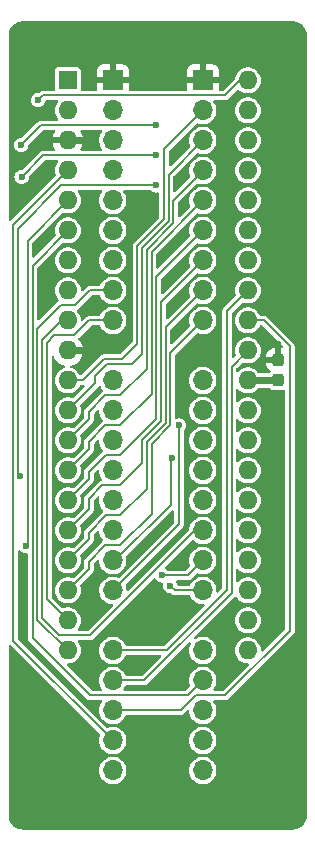
<source format=gbr>
G04 #@! TF.GenerationSoftware,KiCad,Pcbnew,8.0.8+dfsg-1*
G04 #@! TF.CreationDate,2025-06-05T15:25:50+09:00*
G04 #@! TF.ProjectId,bionic-tms32010,62696f6e-6963-42d7-946d-733332303130,2*
G04 #@! TF.SameCoordinates,Original*
G04 #@! TF.FileFunction,Copper,L2,Bot*
G04 #@! TF.FilePolarity,Positive*
%FSLAX46Y46*%
G04 Gerber Fmt 4.6, Leading zero omitted, Abs format (unit mm)*
G04 Created by KiCad (PCBNEW 8.0.8+dfsg-1) date 2025-06-05 15:25:50*
%MOMM*%
%LPD*%
G01*
G04 APERTURE LIST*
G04 Aperture macros list*
%AMRoundRect*
0 Rectangle with rounded corners*
0 $1 Rounding radius*
0 $2 $3 $4 $5 $6 $7 $8 $9 X,Y pos of 4 corners*
0 Add a 4 corners polygon primitive as box body*
4,1,4,$2,$3,$4,$5,$6,$7,$8,$9,$2,$3,0*
0 Add four circle primitives for the rounded corners*
1,1,$1+$1,$2,$3*
1,1,$1+$1,$4,$5*
1,1,$1+$1,$6,$7*
1,1,$1+$1,$8,$9*
0 Add four rect primitives between the rounded corners*
20,1,$1+$1,$2,$3,$4,$5,0*
20,1,$1+$1,$4,$5,$6,$7,0*
20,1,$1+$1,$6,$7,$8,$9,0*
20,1,$1+$1,$8,$9,$2,$3,0*%
G04 Aperture macros list end*
G04 #@! TA.AperFunction,SMDPad,CuDef*
%ADD10RoundRect,0.237500X0.237500X-0.300000X0.237500X0.300000X-0.237500X0.300000X-0.237500X-0.300000X0*%
G04 #@! TD*
G04 #@! TA.AperFunction,ComponentPad*
%ADD11R,1.600000X1.600000*%
G04 #@! TD*
G04 #@! TA.AperFunction,ComponentPad*
%ADD12O,1.600000X1.600000*%
G04 #@! TD*
G04 #@! TA.AperFunction,ComponentPad*
%ADD13O,1.700000X1.700000*%
G04 #@! TD*
G04 #@! TA.AperFunction,ComponentPad*
%ADD14R,1.700000X1.700000*%
G04 #@! TD*
G04 #@! TA.AperFunction,ViaPad*
%ADD15C,0.600000*%
G04 #@! TD*
G04 #@! TA.AperFunction,Conductor*
%ADD16C,0.200000*%
G04 #@! TD*
G04 #@! TA.AperFunction,Conductor*
%ADD17C,0.600000*%
G04 #@! TD*
G04 APERTURE END LIST*
D10*
X123860000Y-100480000D03*
X123860000Y-98755000D03*
D11*
X106080000Y-75080000D03*
D12*
X106080000Y-77620000D03*
X106080000Y-80160000D03*
X106080000Y-82700000D03*
X106080000Y-85240000D03*
X106080000Y-87780000D03*
X106080000Y-90320000D03*
X106080000Y-92860000D03*
X106080000Y-95400000D03*
X106080000Y-97940000D03*
X106080000Y-100480000D03*
X106080000Y-103020000D03*
X106080000Y-105560000D03*
X106080000Y-108100000D03*
X106080000Y-110640000D03*
X106080000Y-113180000D03*
X106080000Y-115720000D03*
X106080000Y-118260000D03*
X106080000Y-120800000D03*
X106080000Y-123340000D03*
X121320000Y-123340000D03*
X121320000Y-120800000D03*
X121320000Y-118260000D03*
X121320000Y-115720000D03*
X121320000Y-113180000D03*
X121320000Y-110640000D03*
X121320000Y-108100000D03*
X121320000Y-105560000D03*
X121320000Y-103020000D03*
X121320000Y-100480000D03*
X121320000Y-97940000D03*
X121320000Y-95400000D03*
X121320000Y-92860000D03*
X121320000Y-90320000D03*
X121320000Y-87780000D03*
X121320000Y-85240000D03*
X121320000Y-82700000D03*
X121320000Y-80160000D03*
X121320000Y-77620000D03*
X121320000Y-75080000D03*
D13*
X117510000Y-133500000D03*
X117510000Y-130960000D03*
X117510000Y-128420000D03*
X117510000Y-125880000D03*
X117510000Y-123340000D03*
X117510000Y-118260000D03*
X117510000Y-115720000D03*
X117510000Y-113180000D03*
X117510000Y-110640000D03*
X117510000Y-108100000D03*
X117510000Y-105560000D03*
X117510000Y-103020000D03*
X117510000Y-100480000D03*
X117510000Y-95400000D03*
X117510000Y-92860000D03*
X117510000Y-90320000D03*
X117510000Y-87780000D03*
X117510000Y-85240000D03*
X117510000Y-82700000D03*
X117510000Y-80160000D03*
X117510000Y-77620000D03*
D14*
X117510000Y-75080000D03*
X109890000Y-75080000D03*
D13*
X109890000Y-77620000D03*
X109890000Y-80160000D03*
X109890000Y-82700000D03*
X109890000Y-85240000D03*
X109890000Y-87780000D03*
X109890000Y-90320000D03*
X109890000Y-92860000D03*
X109890000Y-95400000D03*
X109890000Y-100480000D03*
X109890000Y-103020000D03*
X109890000Y-105560000D03*
X109890000Y-108100000D03*
X109890000Y-110640000D03*
X109890000Y-113180000D03*
X109890000Y-115720000D03*
X109890000Y-118260000D03*
X109890000Y-123340000D03*
X109890000Y-125880000D03*
X109890000Y-128420000D03*
X109890000Y-130960000D03*
X109890000Y-133500000D03*
D15*
X102502000Y-114499200D03*
X114081000Y-116990000D03*
X107858000Y-119403000D03*
X122590000Y-132357000D03*
X107858000Y-88923000D03*
X123479000Y-119403000D03*
X123860000Y-97432000D03*
X113700000Y-120800000D03*
X113700000Y-132357000D03*
X104810000Y-129690000D03*
X123606000Y-104290000D03*
X113580000Y-78890000D03*
X102143000Y-80541000D03*
X115478000Y-104290000D03*
X102168400Y-83258800D03*
X113573000Y-81430000D03*
X114878000Y-107084000D03*
X103560235Y-76751235D03*
X113573000Y-83970000D03*
X102057200Y-108531800D03*
X114757400Y-117879000D03*
D16*
X121320000Y-95400000D02*
X122676529Y-95400000D01*
X122676529Y-95400000D02*
X124876000Y-97599471D01*
X124876000Y-97599471D02*
X124876000Y-121689000D01*
X124876000Y-121689000D02*
X119415000Y-127150000D01*
X119415000Y-127150000D02*
X116900400Y-127150000D01*
X116900400Y-127150000D02*
X115630400Y-128420000D01*
X115630400Y-128420000D02*
X109890000Y-128420000D01*
X121320000Y-97940000D02*
X119942000Y-99318000D01*
X119942000Y-99318000D02*
X119942000Y-118495000D01*
X119942000Y-118495000D02*
X112557000Y-125880000D01*
X112557000Y-125880000D02*
X109890000Y-125880000D01*
X121320000Y-92860000D02*
X119542000Y-94638000D01*
X119542000Y-94638000D02*
X119542000Y-118260000D01*
X119542000Y-118260000D02*
X114462000Y-123340000D01*
X114462000Y-123340000D02*
X109890000Y-123340000D01*
X102676400Y-114324800D02*
X102676400Y-88643600D01*
X102502000Y-114499200D02*
X102676400Y-114324800D01*
X102676400Y-88643600D02*
X106080000Y-85240000D01*
X102057200Y-108531800D02*
X101857200Y-108331800D01*
X101857200Y-108331800D02*
X101857200Y-87618182D01*
X101857200Y-87618182D02*
X105505382Y-83970000D01*
X105505382Y-83970000D02*
X113573000Y-83970000D01*
X117510000Y-125880000D02*
X116240000Y-127150000D01*
X116240000Y-127150000D02*
X107985000Y-127150000D01*
X103102000Y-122267000D02*
X103102000Y-90758000D01*
X107985000Y-127150000D02*
X103102000Y-122267000D01*
X103102000Y-90758000D02*
X106080000Y-87780000D01*
X109890000Y-92860000D02*
X107959600Y-92860000D01*
X105470400Y-94130000D02*
X103502000Y-96098400D01*
X107959600Y-92860000D02*
X106689600Y-94130000D01*
X106689600Y-94130000D02*
X105470400Y-94130000D01*
X103502000Y-96098400D02*
X103502000Y-120762000D01*
X103502000Y-120762000D02*
X106080000Y-123340000D01*
X106080000Y-95400000D02*
X105572000Y-95400000D01*
X105375686Y-122070000D02*
X107985000Y-122070000D01*
X105572000Y-95400000D02*
X103902000Y-97070000D01*
X107985000Y-122070000D02*
X116875000Y-113180000D01*
X103902000Y-97070000D02*
X103902000Y-120596314D01*
X103902000Y-120596314D02*
X105375686Y-122070000D01*
X116875000Y-113180000D02*
X117510000Y-113180000D01*
X109890000Y-95400000D02*
X107908800Y-95400000D01*
X104302000Y-97305000D02*
X104302000Y-119022000D01*
X107908800Y-95400000D02*
X106638800Y-96670000D01*
X106638800Y-96670000D02*
X104937000Y-96670000D01*
X104937000Y-96670000D02*
X104302000Y-97305000D01*
X104302000Y-119022000D02*
X106080000Y-120800000D01*
X114081000Y-116990000D02*
X116240000Y-116990000D01*
X116240000Y-116990000D02*
X117510000Y-115720000D01*
X114757400Y-117879000D02*
X115138400Y-118260000D01*
X115138400Y-118260000D02*
X117510000Y-118260000D01*
D17*
X106080000Y-80160000D02*
X107477000Y-80160000D01*
X106080000Y-97940000D02*
X107477000Y-97940000D01*
X121320000Y-100480000D02*
X123857800Y-100480000D01*
D16*
X103794000Y-78890000D02*
X113580000Y-78890000D01*
X102143000Y-80541000D02*
X103794000Y-78890000D01*
X101457200Y-122527200D02*
X101457200Y-87322800D01*
X109890000Y-130960000D02*
X101457200Y-122527200D01*
X101457200Y-87322800D02*
X106080000Y-82700000D01*
X115478000Y-112672000D02*
X109890000Y-118260000D01*
X115478000Y-104290000D02*
X115478000Y-112672000D01*
X102168400Y-83258800D02*
X103997200Y-81430000D01*
X103997200Y-81430000D02*
X113573000Y-81430000D01*
X110107718Y-115720000D02*
X109890000Y-115720000D01*
X114843000Y-110984718D02*
X110107718Y-115720000D01*
X114878000Y-107084000D02*
X114843000Y-107119000D01*
X114843000Y-107119000D02*
X114843000Y-110984718D01*
X119415000Y-76350000D02*
X120685000Y-75080000D01*
X103961470Y-76350000D02*
X119415000Y-76350000D01*
X120685000Y-75080000D02*
X121320000Y-75080000D01*
X103560235Y-76751235D02*
X103961470Y-76350000D01*
X114208000Y-80922000D02*
X114208000Y-86844942D01*
X111973000Y-97381000D02*
X110671000Y-98683000D01*
X117510000Y-77620000D02*
X114208000Y-80922000D01*
X114208000Y-86844942D02*
X111973000Y-89079942D01*
X110671000Y-98683000D02*
X109147000Y-98683000D01*
X107350000Y-100480000D02*
X106080000Y-100480000D01*
X111973000Y-89079942D02*
X111973000Y-97381000D01*
X109147000Y-98683000D02*
X107350000Y-100480000D01*
X110525000Y-106830000D02*
X109280400Y-106830000D01*
X113573000Y-91717000D02*
X113573000Y-103782000D01*
X113573000Y-103782000D02*
X110525000Y-106830000D01*
X107858000Y-108862000D02*
X106080000Y-110640000D01*
X107858000Y-108252400D02*
X107858000Y-108862000D01*
X109280400Y-106830000D02*
X107858000Y-108252400D01*
X117510000Y-87780000D02*
X113573000Y-91717000D01*
X112392000Y-107503000D02*
X110525000Y-109370000D01*
X107858000Y-111402000D02*
X106080000Y-113180000D01*
X110525000Y-109370000D02*
X108975600Y-109370000D01*
X107858000Y-110487600D02*
X107858000Y-111402000D01*
X113973000Y-103947686D02*
X112392000Y-105528686D01*
X117510000Y-90320000D02*
X113973000Y-93857000D01*
X113973000Y-93857000D02*
X113973000Y-103947686D01*
X108975600Y-109370000D02*
X107858000Y-110487600D01*
X112392000Y-105528686D02*
X112392000Y-107503000D01*
X117510000Y-92860000D02*
X114373000Y-95997000D01*
X110525000Y-111910000D02*
X109331200Y-111910000D01*
X107858000Y-113383200D02*
X107858000Y-113942000D01*
X114373000Y-104113372D02*
X112792000Y-105694372D01*
X109331200Y-111910000D02*
X107858000Y-113383200D01*
X114373000Y-95997000D02*
X114373000Y-104113372D01*
X112792000Y-109643000D02*
X110525000Y-111910000D01*
X107858000Y-113942000D02*
X106080000Y-115720000D01*
X112792000Y-105694372D02*
X112792000Y-109643000D01*
X112773000Y-89411314D02*
X112773000Y-99502000D01*
X115008000Y-85252800D02*
X115008000Y-87176314D01*
X107858000Y-103147000D02*
X107858000Y-103782000D01*
X117510000Y-82700000D02*
X117510000Y-82750800D01*
X112773000Y-99502000D02*
X110525000Y-101750000D01*
X107858000Y-103782000D02*
X106080000Y-105560000D01*
X109255000Y-101750000D02*
X107858000Y-103147000D01*
X117510000Y-82750800D02*
X115008000Y-85252800D01*
X110525000Y-101750000D02*
X109255000Y-101750000D01*
X115008000Y-87176314D02*
X112773000Y-89411314D01*
X114608000Y-83062000D02*
X117510000Y-80160000D01*
X106080000Y-103020000D02*
X108366000Y-100734000D01*
X109382000Y-99083000D02*
X111541000Y-99083000D01*
X111541000Y-99083000D02*
X112373000Y-98251000D01*
X114608000Y-87010628D02*
X114608000Y-83062000D01*
X108366000Y-100734000D02*
X108366000Y-100099000D01*
X112373000Y-98251000D02*
X112373000Y-89245628D01*
X112373000Y-89245628D02*
X114608000Y-87010628D01*
X108366000Y-100099000D02*
X109382000Y-99083000D01*
X109229600Y-114450000D02*
X107858000Y-115821600D01*
X113192000Y-105860058D02*
X113192000Y-111783000D01*
X114773000Y-104279058D02*
X113192000Y-105860058D01*
X110525000Y-114450000D02*
X109229600Y-114450000D01*
X117510000Y-95400000D02*
X114773000Y-98137000D01*
X113192000Y-111783000D02*
X110525000Y-114450000D01*
X107858000Y-115821600D02*
X107858000Y-116482000D01*
X107858000Y-116482000D02*
X106080000Y-118260000D01*
X114773000Y-98137000D02*
X114773000Y-104279058D01*
X110525000Y-104290000D02*
X109255000Y-104290000D01*
X107858000Y-105687000D02*
X107858000Y-106322000D01*
X109255000Y-104290000D02*
X107858000Y-105687000D01*
X117510000Y-85240000D02*
X113173000Y-89577000D01*
X113173000Y-89577000D02*
X113173000Y-101642000D01*
X113173000Y-101642000D02*
X110525000Y-104290000D01*
X107858000Y-106322000D02*
X106080000Y-108100000D01*
G04 #@! TA.AperFunction,Conductor*
G36*
X125133875Y-70075805D02*
G01*
X125309097Y-70089594D01*
X125324430Y-70092023D01*
X125491550Y-70132145D01*
X125506317Y-70136943D01*
X125665104Y-70202715D01*
X125678926Y-70209758D01*
X125825469Y-70299560D01*
X125838032Y-70308688D01*
X125968717Y-70420303D01*
X125979699Y-70431285D01*
X126091311Y-70561967D01*
X126100440Y-70574532D01*
X126190238Y-70721068D01*
X126197287Y-70734902D01*
X126263054Y-70893678D01*
X126267855Y-70908453D01*
X126307975Y-71075564D01*
X126310405Y-71090907D01*
X126324195Y-71266123D01*
X126324500Y-71273891D01*
X126324500Y-137306108D01*
X126324195Y-137313876D01*
X126310405Y-137489092D01*
X126307975Y-137504435D01*
X126267855Y-137671546D01*
X126263054Y-137686321D01*
X126197287Y-137845097D01*
X126190234Y-137858939D01*
X126100442Y-138005465D01*
X126091311Y-138018032D01*
X125979699Y-138148714D01*
X125968714Y-138159699D01*
X125838032Y-138271311D01*
X125825465Y-138280442D01*
X125678939Y-138370234D01*
X125665097Y-138377287D01*
X125506321Y-138443054D01*
X125491546Y-138447855D01*
X125324435Y-138487975D01*
X125309092Y-138490405D01*
X125149743Y-138502946D01*
X125133874Y-138504195D01*
X125126108Y-138504500D01*
X102273892Y-138504500D01*
X102266125Y-138504195D01*
X102247014Y-138502691D01*
X102090907Y-138490405D01*
X102075564Y-138487975D01*
X101908453Y-138447855D01*
X101893678Y-138443054D01*
X101734902Y-138377287D01*
X101721068Y-138370238D01*
X101574532Y-138280440D01*
X101561967Y-138271311D01*
X101462706Y-138186535D01*
X101431282Y-138159696D01*
X101420303Y-138148717D01*
X101308688Y-138018032D01*
X101299560Y-138005469D01*
X101209758Y-137858926D01*
X101202715Y-137845104D01*
X101136943Y-137686317D01*
X101132144Y-137671546D01*
X101092024Y-137504435D01*
X101089594Y-137489097D01*
X101075805Y-137313875D01*
X101075500Y-137306108D01*
X101075500Y-133500000D01*
X108734571Y-133500000D01*
X108754244Y-133712310D01*
X108812595Y-133917389D01*
X108907634Y-134108255D01*
X109036128Y-134278407D01*
X109036135Y-134278413D01*
X109193692Y-134422047D01*
X109193699Y-134422053D01*
X109297389Y-134486255D01*
X109374981Y-134534298D01*
X109573802Y-134611321D01*
X109783390Y-134650500D01*
X109996610Y-134650500D01*
X110206198Y-134611321D01*
X110405019Y-134534298D01*
X110586302Y-134422052D01*
X110743872Y-134278407D01*
X110872366Y-134108255D01*
X110967405Y-133917389D01*
X111025756Y-133712310D01*
X111045429Y-133500000D01*
X116354571Y-133500000D01*
X116374244Y-133712310D01*
X116432595Y-133917389D01*
X116527634Y-134108255D01*
X116656128Y-134278407D01*
X116656135Y-134278413D01*
X116813692Y-134422047D01*
X116813699Y-134422053D01*
X116917389Y-134486255D01*
X116994981Y-134534298D01*
X117193802Y-134611321D01*
X117403390Y-134650500D01*
X117616610Y-134650500D01*
X117826198Y-134611321D01*
X118025019Y-134534298D01*
X118206302Y-134422052D01*
X118363872Y-134278407D01*
X118492366Y-134108255D01*
X118587405Y-133917389D01*
X118645756Y-133712310D01*
X118665429Y-133500000D01*
X118645756Y-133287690D01*
X118587405Y-133082611D01*
X118492366Y-132891745D01*
X118363872Y-132721593D01*
X118309623Y-132672139D01*
X118206307Y-132577952D01*
X118206300Y-132577946D01*
X118025024Y-132465705D01*
X118025019Y-132465702D01*
X117826195Y-132388678D01*
X117616610Y-132349500D01*
X117403390Y-132349500D01*
X117193804Y-132388678D01*
X116994980Y-132465702D01*
X116994975Y-132465705D01*
X116813699Y-132577946D01*
X116813692Y-132577952D01*
X116656135Y-132721586D01*
X116656131Y-132721589D01*
X116656128Y-132721593D01*
X116656125Y-132721597D01*
X116527635Y-132891743D01*
X116527630Y-132891752D01*
X116432596Y-133082608D01*
X116374244Y-133287688D01*
X116374244Y-133287690D01*
X116354571Y-133500000D01*
X111045429Y-133500000D01*
X111025756Y-133287690D01*
X110967405Y-133082611D01*
X110872366Y-132891745D01*
X110743872Y-132721593D01*
X110689623Y-132672139D01*
X110586307Y-132577952D01*
X110586300Y-132577946D01*
X110405024Y-132465705D01*
X110405019Y-132465702D01*
X110206195Y-132388678D01*
X109996610Y-132349500D01*
X109783390Y-132349500D01*
X109573804Y-132388678D01*
X109374980Y-132465702D01*
X109374975Y-132465705D01*
X109193699Y-132577946D01*
X109193692Y-132577952D01*
X109036135Y-132721586D01*
X109036131Y-132721589D01*
X109036128Y-132721593D01*
X109036125Y-132721597D01*
X108907635Y-132891743D01*
X108907630Y-132891752D01*
X108812596Y-133082608D01*
X108754244Y-133287688D01*
X108754244Y-133287690D01*
X108734571Y-133500000D01*
X101075500Y-133500000D01*
X101075500Y-122950900D01*
X101094407Y-122892709D01*
X101143907Y-122856745D01*
X101205093Y-122856745D01*
X101244501Y-122880894D01*
X105022014Y-126658407D01*
X108793348Y-130429741D01*
X108821125Y-130484258D01*
X108812904Y-130537818D01*
X108814249Y-130538339D01*
X108812598Y-130542598D01*
X108754244Y-130747688D01*
X108754244Y-130747690D01*
X108734571Y-130960000D01*
X108754244Y-131172310D01*
X108812595Y-131377389D01*
X108907634Y-131568255D01*
X109036128Y-131738407D01*
X109036135Y-131738413D01*
X109193692Y-131882047D01*
X109193699Y-131882053D01*
X109297389Y-131946255D01*
X109374981Y-131994298D01*
X109573802Y-132071321D01*
X109783390Y-132110500D01*
X109996610Y-132110500D01*
X110206198Y-132071321D01*
X110405019Y-131994298D01*
X110586302Y-131882052D01*
X110743872Y-131738407D01*
X110872366Y-131568255D01*
X110967405Y-131377389D01*
X111025756Y-131172310D01*
X111045429Y-130960000D01*
X116354571Y-130960000D01*
X116374244Y-131172310D01*
X116432595Y-131377389D01*
X116527634Y-131568255D01*
X116656128Y-131738407D01*
X116656135Y-131738413D01*
X116813692Y-131882047D01*
X116813699Y-131882053D01*
X116917389Y-131946255D01*
X116994981Y-131994298D01*
X117193802Y-132071321D01*
X117403390Y-132110500D01*
X117616610Y-132110500D01*
X117826198Y-132071321D01*
X118025019Y-131994298D01*
X118206302Y-131882052D01*
X118363872Y-131738407D01*
X118492366Y-131568255D01*
X118587405Y-131377389D01*
X118645756Y-131172310D01*
X118665429Y-130960000D01*
X118645756Y-130747690D01*
X118587405Y-130542611D01*
X118492366Y-130351745D01*
X118363872Y-130181593D01*
X118309623Y-130132139D01*
X118206307Y-130037952D01*
X118206300Y-130037946D01*
X118025024Y-129925705D01*
X118025019Y-129925702D01*
X117939657Y-129892633D01*
X117826198Y-129848679D01*
X117826197Y-129848678D01*
X117826195Y-129848678D01*
X117616610Y-129809500D01*
X117403390Y-129809500D01*
X117193804Y-129848678D01*
X116994980Y-129925702D01*
X116994975Y-129925705D01*
X116813699Y-130037946D01*
X116813692Y-130037952D01*
X116656135Y-130181586D01*
X116656131Y-130181589D01*
X116656128Y-130181593D01*
X116656125Y-130181597D01*
X116527635Y-130351743D01*
X116527630Y-130351752D01*
X116432596Y-130542608D01*
X116374244Y-130747688D01*
X116374244Y-130747690D01*
X116354571Y-130960000D01*
X111045429Y-130960000D01*
X111025756Y-130747690D01*
X110967405Y-130542611D01*
X110872366Y-130351745D01*
X110743872Y-130181593D01*
X110689623Y-130132139D01*
X110586307Y-130037952D01*
X110586300Y-130037946D01*
X110405024Y-129925705D01*
X110405019Y-129925702D01*
X110319657Y-129892633D01*
X110206198Y-129848679D01*
X110206197Y-129848678D01*
X110206195Y-129848678D01*
X109996610Y-129809500D01*
X109783390Y-129809500D01*
X109573802Y-129848678D01*
X109469091Y-129889243D01*
X109408000Y-129892633D01*
X109363325Y-129866932D01*
X101886696Y-122390303D01*
X101858919Y-122335786D01*
X101857700Y-122320299D01*
X101857700Y-114937606D01*
X101876607Y-114879415D01*
X101926107Y-114843451D01*
X101987293Y-114843451D01*
X102035242Y-114877339D01*
X102073718Y-114927482D01*
X102199159Y-115023736D01*
X102345238Y-115084244D01*
X102462809Y-115099722D01*
X102501999Y-115104882D01*
X102502000Y-115104882D01*
X102589578Y-115093352D01*
X102649739Y-115104502D01*
X102691856Y-115148884D01*
X102701500Y-115191505D01*
X102701500Y-122214273D01*
X102701500Y-122319727D01*
X102720458Y-122390480D01*
X102728794Y-122421592D01*
X102781516Y-122512908D01*
X102781518Y-122512910D01*
X102781520Y-122512913D01*
X107739087Y-127470480D01*
X107739089Y-127470481D01*
X107739091Y-127470483D01*
X107830408Y-127523205D01*
X107830406Y-127523205D01*
X107830410Y-127523206D01*
X107830412Y-127523207D01*
X107932273Y-127550500D01*
X108037727Y-127550500D01*
X108906099Y-127550500D01*
X108964290Y-127569407D01*
X109000254Y-127618907D01*
X109000254Y-127680093D01*
X108985103Y-127709161D01*
X108907635Y-127811743D01*
X108907630Y-127811752D01*
X108812596Y-128002608D01*
X108812595Y-128002611D01*
X108807790Y-128019500D01*
X108754244Y-128207688D01*
X108754244Y-128207690D01*
X108734571Y-128420000D01*
X108754244Y-128632310D01*
X108812595Y-128837389D01*
X108907634Y-129028255D01*
X109036128Y-129198407D01*
X109036135Y-129198413D01*
X109193692Y-129342047D01*
X109193699Y-129342053D01*
X109297389Y-129406255D01*
X109374981Y-129454298D01*
X109573802Y-129531321D01*
X109783390Y-129570500D01*
X109996610Y-129570500D01*
X110206198Y-129531321D01*
X110405019Y-129454298D01*
X110586302Y-129342052D01*
X110743872Y-129198407D01*
X110872366Y-129028255D01*
X110948492Y-128875372D01*
X110991354Y-128831710D01*
X111037113Y-128820500D01*
X115683125Y-128820500D01*
X115683127Y-128820500D01*
X115784988Y-128793207D01*
X115784990Y-128793205D01*
X115784992Y-128793205D01*
X115876308Y-128740483D01*
X115876308Y-128740482D01*
X115876313Y-128740480D01*
X116192067Y-128424724D01*
X116246584Y-128396947D01*
X116307016Y-128406518D01*
X116350281Y-128449783D01*
X116360648Y-128485592D01*
X116374244Y-128632310D01*
X116432595Y-128837389D01*
X116527634Y-129028255D01*
X116656128Y-129198407D01*
X116656135Y-129198413D01*
X116813692Y-129342047D01*
X116813699Y-129342053D01*
X116917389Y-129406255D01*
X116994981Y-129454298D01*
X117193802Y-129531321D01*
X117403390Y-129570500D01*
X117616610Y-129570500D01*
X117826198Y-129531321D01*
X118025019Y-129454298D01*
X118206302Y-129342052D01*
X118363872Y-129198407D01*
X118492366Y-129028255D01*
X118587405Y-128837389D01*
X118645756Y-128632310D01*
X118665429Y-128420000D01*
X118645756Y-128207690D01*
X118587405Y-128002611D01*
X118492366Y-127811745D01*
X118414896Y-127709159D01*
X118394918Y-127651330D01*
X118412747Y-127592799D01*
X118461573Y-127555927D01*
X118493901Y-127550500D01*
X119467725Y-127550500D01*
X119467727Y-127550500D01*
X119569588Y-127523207D01*
X119569590Y-127523205D01*
X119569592Y-127523205D01*
X119660908Y-127470483D01*
X119660908Y-127470482D01*
X119660913Y-127470480D01*
X125196480Y-121934913D01*
X125249207Y-121843588D01*
X125276500Y-121741727D01*
X125276500Y-121636273D01*
X125276500Y-97660185D01*
X125276501Y-97660172D01*
X125276501Y-97546744D01*
X125249206Y-97444882D01*
X125248236Y-97443201D01*
X125248236Y-97443200D01*
X125196483Y-97353562D01*
X125196481Y-97353560D01*
X125196480Y-97353558D01*
X125121913Y-97278991D01*
X125121910Y-97278989D01*
X122922442Y-95079520D01*
X122922439Y-95079518D01*
X122922437Y-95079516D01*
X122831120Y-95026794D01*
X122831122Y-95026794D01*
X122791599Y-95016204D01*
X122729256Y-94999500D01*
X122729254Y-94999500D01*
X122411258Y-94999500D01*
X122353067Y-94980593D01*
X122322637Y-94944628D01*
X122259676Y-94818186D01*
X122259673Y-94818179D01*
X122136764Y-94655421D01*
X121986041Y-94518019D01*
X121812637Y-94410652D01*
X121622456Y-94336976D01*
X121622455Y-94336975D01*
X121622453Y-94336975D01*
X121421976Y-94299500D01*
X121218024Y-94299500D01*
X121017546Y-94336975D01*
X120947632Y-94364059D01*
X120827363Y-94410652D01*
X120709850Y-94483413D01*
X120653959Y-94518019D01*
X120503237Y-94655420D01*
X120380328Y-94818177D01*
X120380323Y-94818186D01*
X120298450Y-94982611D01*
X120289418Y-95000750D01*
X120233603Y-95196917D01*
X120214785Y-95400000D01*
X120233603Y-95603083D01*
X120289418Y-95799250D01*
X120380327Y-95981821D01*
X120503236Y-96144579D01*
X120653959Y-96281981D01*
X120827363Y-96389348D01*
X121017544Y-96463024D01*
X121218024Y-96500500D01*
X121421976Y-96500500D01*
X121622456Y-96463024D01*
X121812637Y-96389348D01*
X121986041Y-96281981D01*
X122136764Y-96144579D01*
X122259673Y-95981821D01*
X122322637Y-95855371D01*
X122365500Y-95811709D01*
X122411258Y-95800500D01*
X122469628Y-95800500D01*
X122527819Y-95819407D01*
X122539632Y-95829496D01*
X124262835Y-97552698D01*
X124290612Y-97607215D01*
X124281041Y-97667647D01*
X124237776Y-97710912D01*
X124182770Y-97721189D01*
X124146657Y-97717500D01*
X124110001Y-97717500D01*
X124110000Y-97717501D01*
X124110000Y-98656000D01*
X124091093Y-98714191D01*
X124041593Y-98750155D01*
X124011000Y-98755000D01*
X123860001Y-98755000D01*
X123860000Y-98755001D01*
X123860000Y-98906000D01*
X123841093Y-98964191D01*
X123791593Y-99000155D01*
X123761000Y-99005000D01*
X122885002Y-99005000D01*
X122885001Y-99005001D01*
X122885001Y-99104154D01*
X122895317Y-99205142D01*
X122895320Y-99205154D01*
X122949548Y-99368806D01*
X123040053Y-99515535D01*
X123161962Y-99637444D01*
X123203252Y-99662912D01*
X123242854Y-99709553D01*
X123247477Y-99770563D01*
X123230164Y-99806991D01*
X123204892Y-99840318D01*
X123154666Y-99875261D01*
X123126008Y-99879500D01*
X122294863Y-99879500D01*
X122236672Y-99860593D01*
X122215861Y-99840163D01*
X122136764Y-99735421D01*
X121986041Y-99598019D01*
X121812637Y-99490652D01*
X121622456Y-99416976D01*
X121622455Y-99416975D01*
X121622453Y-99416975D01*
X121421976Y-99379500D01*
X121218024Y-99379500D01*
X121017546Y-99416975D01*
X120947632Y-99444059D01*
X120827363Y-99490652D01*
X120653959Y-99598019D01*
X120508194Y-99730900D01*
X120452454Y-99756130D01*
X120392529Y-99743778D01*
X120351309Y-99698561D01*
X120342500Y-99657738D01*
X120342500Y-99524900D01*
X120361407Y-99466709D01*
X120371496Y-99454897D01*
X120576114Y-99250279D01*
X120831973Y-98994418D01*
X120886490Y-98966641D01*
X120937735Y-98972106D01*
X121017544Y-99003024D01*
X121218024Y-99040500D01*
X121421976Y-99040500D01*
X121622456Y-99003024D01*
X121812637Y-98929348D01*
X121986041Y-98821981D01*
X122136764Y-98684579D01*
X122259673Y-98521821D01*
X122317422Y-98405844D01*
X122885000Y-98405844D01*
X122885000Y-98504999D01*
X122885001Y-98505000D01*
X123609999Y-98505000D01*
X123610000Y-98504999D01*
X123610000Y-97717500D01*
X123573357Y-97717500D01*
X123573351Y-97717501D01*
X123472357Y-97727817D01*
X123472345Y-97727820D01*
X123308693Y-97782048D01*
X123161964Y-97872553D01*
X123040053Y-97994464D01*
X122949548Y-98141193D01*
X122895318Y-98304851D01*
X122885000Y-98405844D01*
X122317422Y-98405844D01*
X122350582Y-98339250D01*
X122406397Y-98143083D01*
X122425215Y-97940000D01*
X122406397Y-97736917D01*
X122350582Y-97540750D01*
X122259673Y-97358179D01*
X122136764Y-97195421D01*
X121986041Y-97058019D01*
X121812637Y-96950652D01*
X121622456Y-96876976D01*
X121622455Y-96876975D01*
X121622453Y-96876975D01*
X121421976Y-96839500D01*
X121218024Y-96839500D01*
X121017546Y-96876975D01*
X120949304Y-96903412D01*
X120827363Y-96950652D01*
X120718009Y-97018361D01*
X120653959Y-97058019D01*
X120503237Y-97195420D01*
X120380328Y-97358177D01*
X120380323Y-97358186D01*
X120289791Y-97540000D01*
X120289418Y-97540750D01*
X120281065Y-97570107D01*
X120233603Y-97736917D01*
X120214785Y-97940000D01*
X120233603Y-98143084D01*
X120287880Y-98333847D01*
X120285619Y-98394990D01*
X120262663Y-98430942D01*
X120111504Y-98582102D01*
X120056987Y-98609880D01*
X119996555Y-98600309D01*
X119953291Y-98557044D01*
X119942500Y-98512099D01*
X119942500Y-94844899D01*
X119961407Y-94786708D01*
X119971490Y-94774901D01*
X120831974Y-93914416D01*
X120886489Y-93886641D01*
X120937738Y-93892106D01*
X121017544Y-93923024D01*
X121218024Y-93960500D01*
X121421976Y-93960500D01*
X121622456Y-93923024D01*
X121812637Y-93849348D01*
X121986041Y-93741981D01*
X122136764Y-93604579D01*
X122259673Y-93441821D01*
X122350582Y-93259250D01*
X122406397Y-93063083D01*
X122425215Y-92860000D01*
X122406397Y-92656917D01*
X122350582Y-92460750D01*
X122259673Y-92278179D01*
X122136764Y-92115421D01*
X121986041Y-91978019D01*
X121812637Y-91870652D01*
X121622456Y-91796976D01*
X121622455Y-91796975D01*
X121622453Y-91796975D01*
X121421976Y-91759500D01*
X121218024Y-91759500D01*
X121017546Y-91796975D01*
X120947632Y-91824059D01*
X120827363Y-91870652D01*
X120718676Y-91937948D01*
X120653959Y-91978019D01*
X120503237Y-92115420D01*
X120380328Y-92278177D01*
X120380323Y-92278186D01*
X120298450Y-92442611D01*
X120289418Y-92460750D01*
X120233603Y-92656917D01*
X120214785Y-92860000D01*
X120233603Y-93063083D01*
X120236229Y-93072311D01*
X120287880Y-93253845D01*
X120285619Y-93314989D01*
X120262663Y-93350941D01*
X119221520Y-94392086D01*
X119221516Y-94392091D01*
X119168793Y-94483411D01*
X119168792Y-94483411D01*
X119168793Y-94483412D01*
X119141500Y-94585273D01*
X119141500Y-118053098D01*
X119122593Y-118111289D01*
X119112504Y-118123102D01*
X118827632Y-118407974D01*
X118773115Y-118435751D01*
X118712683Y-118426180D01*
X118669418Y-118382915D01*
X118659050Y-118328837D01*
X118665429Y-118260000D01*
X118645756Y-118047690D01*
X118587405Y-117842611D01*
X118492366Y-117651745D01*
X118363872Y-117481593D01*
X118270177Y-117396178D01*
X118206307Y-117337952D01*
X118206300Y-117337946D01*
X118025024Y-117225705D01*
X118025019Y-117225702D01*
X117826198Y-117148679D01*
X117826197Y-117148678D01*
X117826195Y-117148678D01*
X117616610Y-117109500D01*
X117403390Y-117109500D01*
X117193804Y-117148678D01*
X116994980Y-117225702D01*
X116994975Y-117225705D01*
X116813699Y-117337946D01*
X116813692Y-117337952D01*
X116656135Y-117481586D01*
X116656131Y-117481589D01*
X116656128Y-117481593D01*
X116656125Y-117481597D01*
X116527635Y-117651743D01*
X116527630Y-117651752D01*
X116451508Y-117804628D01*
X116408646Y-117848290D01*
X116362887Y-117859500D01*
X115447335Y-117859500D01*
X115389144Y-117840593D01*
X115353180Y-117791093D01*
X115349182Y-117773421D01*
X115348607Y-117769056D01*
X115342444Y-117722238D01*
X115313244Y-117651743D01*
X115281938Y-117576163D01*
X115281937Y-117576162D01*
X115281936Y-117576159D01*
X115261683Y-117549765D01*
X115241261Y-117492091D01*
X115258639Y-117433425D01*
X115307181Y-117396178D01*
X115340227Y-117390500D01*
X116292725Y-117390500D01*
X116292727Y-117390500D01*
X116394588Y-117363207D01*
X116394590Y-117363205D01*
X116394592Y-117363205D01*
X116485908Y-117310483D01*
X116485908Y-117310482D01*
X116485913Y-117310480D01*
X116983326Y-116813065D01*
X117037841Y-116785290D01*
X117089090Y-116790756D01*
X117193802Y-116831321D01*
X117403390Y-116870500D01*
X117616610Y-116870500D01*
X117826198Y-116831321D01*
X118025019Y-116754298D01*
X118206302Y-116642052D01*
X118363872Y-116498407D01*
X118492366Y-116328255D01*
X118587405Y-116137389D01*
X118645756Y-115932310D01*
X118665429Y-115720000D01*
X118645756Y-115507690D01*
X118587405Y-115302611D01*
X118492366Y-115111745D01*
X118363872Y-114941593D01*
X118309623Y-114892139D01*
X118206307Y-114797952D01*
X118206300Y-114797946D01*
X118025024Y-114685705D01*
X118025019Y-114685702D01*
X117950865Y-114656975D01*
X117826198Y-114608679D01*
X117826197Y-114608678D01*
X117826195Y-114608678D01*
X117616610Y-114569500D01*
X117403390Y-114569500D01*
X117193804Y-114608678D01*
X116994980Y-114685702D01*
X116994975Y-114685705D01*
X116813699Y-114797946D01*
X116813692Y-114797952D01*
X116656135Y-114941586D01*
X116656131Y-114941589D01*
X116656128Y-114941593D01*
X116656125Y-114941597D01*
X116527635Y-115111743D01*
X116527630Y-115111752D01*
X116432596Y-115302608D01*
X116374244Y-115507688D01*
X116354571Y-115720000D01*
X116374244Y-115932311D01*
X116432598Y-116137401D01*
X116434249Y-116141661D01*
X116432873Y-116142193D01*
X116440975Y-116196662D01*
X116413348Y-116250257D01*
X116103104Y-116560503D01*
X116048587Y-116588281D01*
X116033100Y-116589500D01*
X114578071Y-116589500D01*
X114519880Y-116570593D01*
X114511312Y-116563276D01*
X114507698Y-116560503D01*
X114426781Y-116498413D01*
X114383839Y-116465462D01*
X114383836Y-116465461D01*
X114359567Y-116455408D01*
X114313042Y-116415671D01*
X114298759Y-116356176D01*
X114322175Y-116299648D01*
X114327437Y-116293954D01*
X116592874Y-114028517D01*
X116647389Y-114000742D01*
X116707821Y-114010313D01*
X116729572Y-114025361D01*
X116813698Y-114102052D01*
X116813699Y-114102053D01*
X116858060Y-114129520D01*
X116994981Y-114214298D01*
X117193802Y-114291321D01*
X117403390Y-114330500D01*
X117616610Y-114330500D01*
X117826198Y-114291321D01*
X118025019Y-114214298D01*
X118206302Y-114102052D01*
X118363872Y-113958407D01*
X118492366Y-113788255D01*
X118587405Y-113597389D01*
X118645756Y-113392310D01*
X118665429Y-113180000D01*
X118645756Y-112967690D01*
X118587405Y-112762611D01*
X118492366Y-112571745D01*
X118363872Y-112401593D01*
X118301159Y-112344422D01*
X118206307Y-112257952D01*
X118206300Y-112257946D01*
X118025024Y-112145705D01*
X118025019Y-112145702D01*
X117826195Y-112068678D01*
X117616610Y-112029500D01*
X117403390Y-112029500D01*
X117193804Y-112068678D01*
X116994980Y-112145702D01*
X116994975Y-112145705D01*
X116813699Y-112257946D01*
X116813692Y-112257952D01*
X116656135Y-112401586D01*
X116656131Y-112401589D01*
X116656128Y-112401593D01*
X116656125Y-112401597D01*
X116527635Y-112571743D01*
X116527630Y-112571752D01*
X116432596Y-112762608D01*
X116374244Y-112967688D01*
X116362562Y-113093750D01*
X116338365Y-113149947D01*
X116333988Y-113154618D01*
X111210086Y-118278519D01*
X111155569Y-118306296D01*
X111095137Y-118296725D01*
X111051872Y-118253460D01*
X111041505Y-118217652D01*
X111025756Y-118047690D01*
X110967405Y-117842611D01*
X110967401Y-117842604D01*
X110965752Y-117838344D01*
X110967132Y-117837809D01*
X110959019Y-117783364D01*
X110986648Y-117729743D01*
X115798480Y-112917913D01*
X115829105Y-112864867D01*
X115851169Y-112826653D01*
X115851179Y-112826634D01*
X115851206Y-112826588D01*
X115851207Y-112826587D01*
X115878500Y-112724727D01*
X115878500Y-110640000D01*
X116354571Y-110640000D01*
X116374244Y-110852310D01*
X116432595Y-111057389D01*
X116527634Y-111248255D01*
X116656128Y-111418407D01*
X116704233Y-111462261D01*
X116813692Y-111562047D01*
X116813699Y-111562053D01*
X116836383Y-111576098D01*
X116994981Y-111674298D01*
X117193802Y-111751321D01*
X117403390Y-111790500D01*
X117616610Y-111790500D01*
X117826198Y-111751321D01*
X118025019Y-111674298D01*
X118206302Y-111562052D01*
X118363872Y-111418407D01*
X118492366Y-111248255D01*
X118587405Y-111057389D01*
X118645756Y-110852310D01*
X118665429Y-110640000D01*
X118645756Y-110427690D01*
X118587405Y-110222611D01*
X118492366Y-110031745D01*
X118363872Y-109861593D01*
X118301159Y-109804422D01*
X118206307Y-109717952D01*
X118206300Y-109717946D01*
X118025024Y-109605705D01*
X118025019Y-109605702D01*
X117826195Y-109528678D01*
X117616610Y-109489500D01*
X117403390Y-109489500D01*
X117193804Y-109528678D01*
X116994980Y-109605702D01*
X116994975Y-109605705D01*
X116813699Y-109717946D01*
X116813692Y-109717952D01*
X116656135Y-109861586D01*
X116656131Y-109861589D01*
X116656128Y-109861593D01*
X116656125Y-109861597D01*
X116527635Y-110031743D01*
X116527630Y-110031752D01*
X116432596Y-110222608D01*
X116374244Y-110427688D01*
X116358495Y-110597649D01*
X116354571Y-110640000D01*
X115878500Y-110640000D01*
X115878500Y-108100000D01*
X116354571Y-108100000D01*
X116374244Y-108312310D01*
X116432595Y-108517389D01*
X116527634Y-108708255D01*
X116656128Y-108878407D01*
X116656135Y-108878413D01*
X116813692Y-109022047D01*
X116813699Y-109022053D01*
X116858060Y-109049520D01*
X116994981Y-109134298D01*
X117193802Y-109211321D01*
X117403390Y-109250500D01*
X117616610Y-109250500D01*
X117826198Y-109211321D01*
X118025019Y-109134298D01*
X118206302Y-109022052D01*
X118363872Y-108878407D01*
X118492366Y-108708255D01*
X118587405Y-108517389D01*
X118645756Y-108312310D01*
X118665429Y-108100000D01*
X118645756Y-107887690D01*
X118587405Y-107682611D01*
X118492366Y-107491745D01*
X118363872Y-107321593D01*
X118275201Y-107240758D01*
X118206307Y-107177952D01*
X118206300Y-107177946D01*
X118025024Y-107065705D01*
X118025019Y-107065702D01*
X117826195Y-106988678D01*
X117616610Y-106949500D01*
X117403390Y-106949500D01*
X117193804Y-106988678D01*
X116994980Y-107065702D01*
X116994975Y-107065705D01*
X116813699Y-107177946D01*
X116813692Y-107177952D01*
X116656135Y-107321586D01*
X116656131Y-107321589D01*
X116656128Y-107321593D01*
X116656125Y-107321597D01*
X116527635Y-107491743D01*
X116527630Y-107491752D01*
X116432596Y-107682608D01*
X116374244Y-107887688D01*
X116363236Y-108006487D01*
X116354571Y-108100000D01*
X115878500Y-108100000D01*
X115878500Y-105560000D01*
X116354571Y-105560000D01*
X116374244Y-105772310D01*
X116432595Y-105977389D01*
X116527634Y-106168255D01*
X116656128Y-106338407D01*
X116656135Y-106338413D01*
X116813692Y-106482047D01*
X116813699Y-106482053D01*
X116858060Y-106509520D01*
X116994981Y-106594298D01*
X117193802Y-106671321D01*
X117403390Y-106710500D01*
X117616610Y-106710500D01*
X117826198Y-106671321D01*
X118025019Y-106594298D01*
X118206302Y-106482052D01*
X118363872Y-106338407D01*
X118492366Y-106168255D01*
X118587405Y-105977389D01*
X118645756Y-105772310D01*
X118665429Y-105560000D01*
X118645756Y-105347690D01*
X118587405Y-105142611D01*
X118492366Y-104951745D01*
X118363872Y-104781593D01*
X118299969Y-104723337D01*
X118206307Y-104637952D01*
X118206300Y-104637946D01*
X118025024Y-104525705D01*
X118025019Y-104525702D01*
X117826195Y-104448678D01*
X117616610Y-104409500D01*
X117403390Y-104409500D01*
X117193804Y-104448678D01*
X116994980Y-104525702D01*
X116994975Y-104525705D01*
X116813699Y-104637946D01*
X116813692Y-104637952D01*
X116656135Y-104781586D01*
X116656131Y-104781589D01*
X116656128Y-104781593D01*
X116656125Y-104781597D01*
X116527635Y-104951743D01*
X116527630Y-104951752D01*
X116432596Y-105142608D01*
X116374244Y-105347688D01*
X116374244Y-105347689D01*
X116374244Y-105347690D01*
X116354571Y-105560000D01*
X115878500Y-105560000D01*
X115878500Y-104787071D01*
X115897407Y-104728880D01*
X115904715Y-104720324D01*
X115938123Y-104676786D01*
X116002536Y-104592841D01*
X116063044Y-104446762D01*
X116083682Y-104290000D01*
X116063044Y-104133238D01*
X116002537Y-103987161D01*
X116002537Y-103987160D01*
X115906284Y-103861721D01*
X115906282Y-103861718D01*
X115906277Y-103861714D01*
X115906276Y-103861713D01*
X115785578Y-103769099D01*
X115780841Y-103765464D01*
X115780840Y-103765463D01*
X115780838Y-103765462D01*
X115634766Y-103704957D01*
X115634758Y-103704955D01*
X115478001Y-103684318D01*
X115477999Y-103684318D01*
X115321241Y-103704955D01*
X115321236Y-103704956D01*
X115310384Y-103709452D01*
X115249388Y-103714251D01*
X115197219Y-103682281D01*
X115173805Y-103625753D01*
X115173500Y-103617987D01*
X115173500Y-103020000D01*
X116354571Y-103020000D01*
X116374244Y-103232310D01*
X116432595Y-103437389D01*
X116527634Y-103628255D01*
X116656128Y-103798407D01*
X116656135Y-103798413D01*
X116813692Y-103942047D01*
X116813699Y-103942053D01*
X116858057Y-103969518D01*
X116994981Y-104054298D01*
X117193802Y-104131321D01*
X117403390Y-104170500D01*
X117616610Y-104170500D01*
X117826198Y-104131321D01*
X118025019Y-104054298D01*
X118206302Y-103942052D01*
X118363872Y-103798407D01*
X118492366Y-103628255D01*
X118587405Y-103437389D01*
X118645756Y-103232310D01*
X118665429Y-103020000D01*
X118645756Y-102807690D01*
X118587405Y-102602611D01*
X118492366Y-102411745D01*
X118363872Y-102241593D01*
X118301159Y-102184422D01*
X118206307Y-102097952D01*
X118206300Y-102097946D01*
X118025024Y-101985705D01*
X118025019Y-101985702D01*
X117973078Y-101965580D01*
X117826198Y-101908679D01*
X117826197Y-101908678D01*
X117826195Y-101908678D01*
X117616610Y-101869500D01*
X117403390Y-101869500D01*
X117193804Y-101908678D01*
X116994980Y-101985702D01*
X116994975Y-101985705D01*
X116813699Y-102097946D01*
X116813692Y-102097952D01*
X116656135Y-102241586D01*
X116656131Y-102241589D01*
X116656128Y-102241593D01*
X116656125Y-102241597D01*
X116527635Y-102411743D01*
X116527630Y-102411752D01*
X116432596Y-102602608D01*
X116374244Y-102807688D01*
X116374244Y-102807689D01*
X116374244Y-102807690D01*
X116354571Y-103020000D01*
X115173500Y-103020000D01*
X115173500Y-100480000D01*
X116354571Y-100480000D01*
X116374244Y-100692310D01*
X116428205Y-100881961D01*
X116432596Y-100897391D01*
X116523772Y-101080500D01*
X116527634Y-101088255D01*
X116656128Y-101258407D01*
X116718848Y-101315584D01*
X116813692Y-101402047D01*
X116813699Y-101402053D01*
X116858057Y-101429518D01*
X116994981Y-101514298D01*
X117193802Y-101591321D01*
X117403390Y-101630500D01*
X117616610Y-101630500D01*
X117826198Y-101591321D01*
X118025019Y-101514298D01*
X118206302Y-101402052D01*
X118363872Y-101258407D01*
X118492366Y-101088255D01*
X118587405Y-100897389D01*
X118645756Y-100692310D01*
X118665429Y-100480000D01*
X118645756Y-100267690D01*
X118587405Y-100062611D01*
X118492366Y-99871745D01*
X118363872Y-99701593D01*
X118255158Y-99602486D01*
X118206307Y-99557952D01*
X118206300Y-99557946D01*
X118025024Y-99445705D01*
X118025019Y-99445702D01*
X117932592Y-99409896D01*
X117826198Y-99368679D01*
X117826197Y-99368678D01*
X117826195Y-99368678D01*
X117616610Y-99329500D01*
X117403390Y-99329500D01*
X117193804Y-99368678D01*
X116994980Y-99445702D01*
X116994975Y-99445705D01*
X116813699Y-99557946D01*
X116813692Y-99557952D01*
X116656135Y-99701586D01*
X116656131Y-99701589D01*
X116656128Y-99701593D01*
X116656125Y-99701597D01*
X116527635Y-99871743D01*
X116527630Y-99871752D01*
X116432596Y-100062608D01*
X116374244Y-100267688D01*
X116374244Y-100267689D01*
X116374244Y-100267690D01*
X116354571Y-100480000D01*
X115173500Y-100480000D01*
X115173500Y-98343899D01*
X115192407Y-98285708D01*
X115202490Y-98273901D01*
X116983324Y-96493066D01*
X117037841Y-96465290D01*
X117089090Y-96470756D01*
X117165869Y-96500500D01*
X117193802Y-96511321D01*
X117403390Y-96550500D01*
X117616610Y-96550500D01*
X117826198Y-96511321D01*
X118025019Y-96434298D01*
X118206302Y-96322052D01*
X118363872Y-96178407D01*
X118492366Y-96008255D01*
X118587405Y-95817389D01*
X118645756Y-95612310D01*
X118665429Y-95400000D01*
X118645756Y-95187690D01*
X118587405Y-94982611D01*
X118492366Y-94791745D01*
X118363872Y-94621593D01*
X118259994Y-94526895D01*
X118206307Y-94477952D01*
X118206300Y-94477946D01*
X118025024Y-94365705D01*
X118025019Y-94365702D01*
X117826195Y-94288678D01*
X117616610Y-94249500D01*
X117403390Y-94249500D01*
X117193804Y-94288678D01*
X116994980Y-94365702D01*
X116994975Y-94365705D01*
X116813699Y-94477946D01*
X116813692Y-94477952D01*
X116656135Y-94621586D01*
X116656131Y-94621589D01*
X116656128Y-94621593D01*
X116656125Y-94621597D01*
X116527635Y-94791743D01*
X116527630Y-94791752D01*
X116432596Y-94982608D01*
X116374244Y-95187688D01*
X116354571Y-95400000D01*
X116374244Y-95612311D01*
X116432598Y-95817401D01*
X116434249Y-95821661D01*
X116432870Y-95822195D01*
X116440977Y-95876647D01*
X116413348Y-95930257D01*
X114942504Y-97401102D01*
X114887987Y-97428879D01*
X114827555Y-97419308D01*
X114784290Y-97376043D01*
X114773500Y-97331098D01*
X114773500Y-96203900D01*
X114792407Y-96145709D01*
X114802490Y-96133902D01*
X116983326Y-93953065D01*
X117037841Y-93925290D01*
X117089090Y-93930756D01*
X117193802Y-93971321D01*
X117403390Y-94010500D01*
X117616610Y-94010500D01*
X117826198Y-93971321D01*
X118025019Y-93894298D01*
X118206302Y-93782052D01*
X118363872Y-93638407D01*
X118492366Y-93468255D01*
X118587405Y-93277389D01*
X118645756Y-93072310D01*
X118665429Y-92860000D01*
X118645756Y-92647690D01*
X118587405Y-92442611D01*
X118492366Y-92251745D01*
X118363872Y-92081593D01*
X118309623Y-92032139D01*
X118206307Y-91937952D01*
X118206300Y-91937946D01*
X118025024Y-91825705D01*
X118025019Y-91825702D01*
X117826195Y-91748678D01*
X117616610Y-91709500D01*
X117403390Y-91709500D01*
X117193804Y-91748678D01*
X116994980Y-91825702D01*
X116994975Y-91825705D01*
X116813699Y-91937946D01*
X116813692Y-91937952D01*
X116656135Y-92081586D01*
X116656131Y-92081589D01*
X116656128Y-92081593D01*
X116656125Y-92081597D01*
X116527635Y-92251743D01*
X116527630Y-92251752D01*
X116432596Y-92442608D01*
X116374244Y-92647688D01*
X116354571Y-92860000D01*
X116374244Y-93072311D01*
X116432598Y-93277401D01*
X116434249Y-93281661D01*
X116432870Y-93282195D01*
X116440977Y-93336647D01*
X116413348Y-93390257D01*
X114542504Y-95261102D01*
X114487987Y-95288879D01*
X114427555Y-95279308D01*
X114384290Y-95236043D01*
X114373500Y-95191098D01*
X114373500Y-94063900D01*
X114392407Y-94005709D01*
X114402490Y-93993902D01*
X116983326Y-91413065D01*
X117037841Y-91385290D01*
X117089090Y-91390756D01*
X117193802Y-91431321D01*
X117403390Y-91470500D01*
X117616610Y-91470500D01*
X117826198Y-91431321D01*
X118025019Y-91354298D01*
X118206302Y-91242052D01*
X118363872Y-91098407D01*
X118492366Y-90928255D01*
X118587405Y-90737389D01*
X118645756Y-90532310D01*
X118665429Y-90320000D01*
X120214785Y-90320000D01*
X120233603Y-90523083D01*
X120289418Y-90719250D01*
X120380327Y-90901821D01*
X120503236Y-91064579D01*
X120653959Y-91201981D01*
X120827363Y-91309348D01*
X121017544Y-91383024D01*
X121218024Y-91420500D01*
X121421976Y-91420500D01*
X121622456Y-91383024D01*
X121812637Y-91309348D01*
X121986041Y-91201981D01*
X122136764Y-91064579D01*
X122259673Y-90901821D01*
X122350582Y-90719250D01*
X122406397Y-90523083D01*
X122425215Y-90320000D01*
X122406397Y-90116917D01*
X122350582Y-89920750D01*
X122259673Y-89738179D01*
X122136764Y-89575421D01*
X121986041Y-89438019D01*
X121812637Y-89330652D01*
X121622456Y-89256976D01*
X121622455Y-89256975D01*
X121622453Y-89256975D01*
X121421976Y-89219500D01*
X121218024Y-89219500D01*
X121017546Y-89256975D01*
X120947632Y-89284059D01*
X120827363Y-89330652D01*
X120718676Y-89397948D01*
X120653959Y-89438019D01*
X120503237Y-89575420D01*
X120380328Y-89738177D01*
X120380323Y-89738186D01*
X120298450Y-89902611D01*
X120289418Y-89920750D01*
X120233603Y-90116917D01*
X120214785Y-90320000D01*
X118665429Y-90320000D01*
X118645756Y-90107690D01*
X118587405Y-89902611D01*
X118492366Y-89711745D01*
X118363872Y-89541593D01*
X118309623Y-89492139D01*
X118206307Y-89397952D01*
X118206300Y-89397946D01*
X118025024Y-89285705D01*
X118025019Y-89285702D01*
X117826195Y-89208678D01*
X117616610Y-89169500D01*
X117403390Y-89169500D01*
X117193804Y-89208678D01*
X116994980Y-89285702D01*
X116994975Y-89285705D01*
X116813699Y-89397946D01*
X116813692Y-89397952D01*
X116656135Y-89541586D01*
X116656131Y-89541589D01*
X116656128Y-89541593D01*
X116656125Y-89541597D01*
X116527635Y-89711743D01*
X116527630Y-89711752D01*
X116432596Y-89902608D01*
X116374244Y-90107688D01*
X116354571Y-90320000D01*
X116374244Y-90532311D01*
X116432598Y-90737401D01*
X116434249Y-90741661D01*
X116432870Y-90742195D01*
X116440977Y-90796647D01*
X116413348Y-90850257D01*
X114142504Y-93121102D01*
X114087987Y-93148879D01*
X114027555Y-93139308D01*
X113984290Y-93096043D01*
X113973500Y-93051098D01*
X113973500Y-91923900D01*
X113992407Y-91865709D01*
X114002490Y-91853902D01*
X116983326Y-88873065D01*
X117037841Y-88845290D01*
X117089090Y-88850756D01*
X117193802Y-88891321D01*
X117403390Y-88930500D01*
X117616610Y-88930500D01*
X117826198Y-88891321D01*
X118025019Y-88814298D01*
X118206302Y-88702052D01*
X118363872Y-88558407D01*
X118492366Y-88388255D01*
X118587405Y-88197389D01*
X118645756Y-87992310D01*
X118665429Y-87780000D01*
X120214785Y-87780000D01*
X120233603Y-87983083D01*
X120289418Y-88179250D01*
X120380327Y-88361821D01*
X120503236Y-88524579D01*
X120653959Y-88661981D01*
X120827363Y-88769348D01*
X121017544Y-88843024D01*
X121218024Y-88880500D01*
X121421976Y-88880500D01*
X121622456Y-88843024D01*
X121812637Y-88769348D01*
X121986041Y-88661981D01*
X122136764Y-88524579D01*
X122259673Y-88361821D01*
X122350582Y-88179250D01*
X122406397Y-87983083D01*
X122425215Y-87780000D01*
X122406397Y-87576917D01*
X122350582Y-87380750D01*
X122259673Y-87198179D01*
X122136764Y-87035421D01*
X121986041Y-86898019D01*
X121812637Y-86790652D01*
X121622456Y-86716976D01*
X121622455Y-86716975D01*
X121622453Y-86716975D01*
X121421976Y-86679500D01*
X121218024Y-86679500D01*
X121017546Y-86716975D01*
X120947632Y-86744059D01*
X120827363Y-86790652D01*
X120718676Y-86857948D01*
X120653959Y-86898019D01*
X120503237Y-87035420D01*
X120380328Y-87198177D01*
X120380323Y-87198186D01*
X120298450Y-87362611D01*
X120289418Y-87380750D01*
X120233603Y-87576917D01*
X120214785Y-87780000D01*
X118665429Y-87780000D01*
X118645756Y-87567690D01*
X118587405Y-87362611D01*
X118492366Y-87171745D01*
X118363872Y-87001593D01*
X118300744Y-86944044D01*
X118206307Y-86857952D01*
X118206300Y-86857946D01*
X118025024Y-86745705D01*
X118025019Y-86745702D01*
X117826195Y-86668678D01*
X117616610Y-86629500D01*
X117403390Y-86629500D01*
X117193804Y-86668678D01*
X116994980Y-86745702D01*
X116994975Y-86745705D01*
X116813699Y-86857946D01*
X116813692Y-86857952D01*
X116656135Y-87001586D01*
X116656131Y-87001589D01*
X116656128Y-87001593D01*
X116656125Y-87001597D01*
X116527635Y-87171743D01*
X116527630Y-87171752D01*
X116432596Y-87362608D01*
X116374244Y-87567688D01*
X116354571Y-87780000D01*
X116374244Y-87992311D01*
X116432598Y-88197401D01*
X116434249Y-88201661D01*
X116432870Y-88202195D01*
X116440977Y-88256647D01*
X116413348Y-88310257D01*
X113742504Y-90981102D01*
X113687987Y-91008879D01*
X113627555Y-90999308D01*
X113584290Y-90956043D01*
X113573500Y-90911098D01*
X113573500Y-89783900D01*
X113592407Y-89725709D01*
X113602490Y-89713902D01*
X116983326Y-86333065D01*
X117037841Y-86305290D01*
X117089090Y-86310756D01*
X117193802Y-86351321D01*
X117403390Y-86390500D01*
X117616610Y-86390500D01*
X117826198Y-86351321D01*
X118025019Y-86274298D01*
X118206302Y-86162052D01*
X118363872Y-86018407D01*
X118492366Y-85848255D01*
X118587405Y-85657389D01*
X118645756Y-85452310D01*
X118665429Y-85240000D01*
X120214785Y-85240000D01*
X120233603Y-85443083D01*
X120289418Y-85639250D01*
X120380327Y-85821821D01*
X120503236Y-85984579D01*
X120653959Y-86121981D01*
X120827363Y-86229348D01*
X121017544Y-86303024D01*
X121218024Y-86340500D01*
X121421976Y-86340500D01*
X121622456Y-86303024D01*
X121812637Y-86229348D01*
X121986041Y-86121981D01*
X122136764Y-85984579D01*
X122259673Y-85821821D01*
X122350582Y-85639250D01*
X122406397Y-85443083D01*
X122425215Y-85240000D01*
X122406397Y-85036917D01*
X122350582Y-84840750D01*
X122259673Y-84658179D01*
X122136764Y-84495421D01*
X121986041Y-84358019D01*
X121812637Y-84250652D01*
X121622456Y-84176976D01*
X121622455Y-84176975D01*
X121622453Y-84176975D01*
X121421976Y-84139500D01*
X121218024Y-84139500D01*
X121017546Y-84176975D01*
X120947632Y-84204059D01*
X120827363Y-84250652D01*
X120718676Y-84317948D01*
X120653959Y-84358019D01*
X120503237Y-84495420D01*
X120380328Y-84658177D01*
X120380323Y-84658186D01*
X120298450Y-84822611D01*
X120289418Y-84840750D01*
X120233603Y-85036917D01*
X120214785Y-85240000D01*
X118665429Y-85240000D01*
X118645756Y-85027690D01*
X118587405Y-84822611D01*
X118492366Y-84631745D01*
X118363872Y-84461593D01*
X118294424Y-84398282D01*
X118206307Y-84317952D01*
X118206300Y-84317946D01*
X118025024Y-84205705D01*
X118025019Y-84205702D01*
X117826195Y-84128678D01*
X117616610Y-84089500D01*
X117403390Y-84089500D01*
X117193804Y-84128678D01*
X116994980Y-84205702D01*
X116994975Y-84205705D01*
X116813699Y-84317946D01*
X116813692Y-84317952D01*
X116656135Y-84461586D01*
X116656131Y-84461589D01*
X116656128Y-84461593D01*
X116656125Y-84461597D01*
X116527635Y-84631743D01*
X116527630Y-84631752D01*
X116432596Y-84822608D01*
X116374244Y-85027688D01*
X116354571Y-85240000D01*
X116374244Y-85452311D01*
X116432598Y-85657401D01*
X116434249Y-85661661D01*
X116432870Y-85662195D01*
X116440977Y-85716647D01*
X116413348Y-85770257D01*
X115577504Y-86606102D01*
X115522987Y-86633879D01*
X115462555Y-86624308D01*
X115419290Y-86581043D01*
X115408500Y-86536098D01*
X115408500Y-85459700D01*
X115427407Y-85401509D01*
X115437490Y-85389702D01*
X117019942Y-83807249D01*
X117074457Y-83779474D01*
X117125702Y-83784939D01*
X117193802Y-83811321D01*
X117403390Y-83850500D01*
X117616610Y-83850500D01*
X117826198Y-83811321D01*
X118025019Y-83734298D01*
X118206302Y-83622052D01*
X118363872Y-83478407D01*
X118492366Y-83308255D01*
X118587405Y-83117389D01*
X118645756Y-82912310D01*
X118665429Y-82700000D01*
X120214785Y-82700000D01*
X120233603Y-82903083D01*
X120289418Y-83099250D01*
X120380327Y-83281821D01*
X120503236Y-83444579D01*
X120653959Y-83581981D01*
X120827363Y-83689348D01*
X121017544Y-83763024D01*
X121218024Y-83800500D01*
X121421976Y-83800500D01*
X121622456Y-83763024D01*
X121812637Y-83689348D01*
X121986041Y-83581981D01*
X122136764Y-83444579D01*
X122259673Y-83281821D01*
X122350582Y-83099250D01*
X122406397Y-82903083D01*
X122425215Y-82700000D01*
X122406397Y-82496917D01*
X122350582Y-82300750D01*
X122259673Y-82118179D01*
X122136764Y-81955421D01*
X121986041Y-81818019D01*
X121812637Y-81710652D01*
X121622456Y-81636976D01*
X121622455Y-81636975D01*
X121622453Y-81636975D01*
X121421976Y-81599500D01*
X121218024Y-81599500D01*
X121017546Y-81636975D01*
X120947632Y-81664059D01*
X120827363Y-81710652D01*
X120718676Y-81777948D01*
X120653959Y-81818019D01*
X120503237Y-81955420D01*
X120380328Y-82118177D01*
X120380323Y-82118186D01*
X120298450Y-82282611D01*
X120289418Y-82300750D01*
X120233603Y-82496917D01*
X120214785Y-82700000D01*
X118665429Y-82700000D01*
X118645756Y-82487690D01*
X118587405Y-82282611D01*
X118492366Y-82091745D01*
X118363872Y-81921593D01*
X118294424Y-81858282D01*
X118206307Y-81777952D01*
X118206300Y-81777946D01*
X118025024Y-81665705D01*
X118025019Y-81665702D01*
X117826195Y-81588678D01*
X117616610Y-81549500D01*
X117403390Y-81549500D01*
X117193804Y-81588678D01*
X116994980Y-81665702D01*
X116994975Y-81665705D01*
X116813699Y-81777946D01*
X116813692Y-81777952D01*
X116656135Y-81921586D01*
X116656131Y-81921589D01*
X116656128Y-81921593D01*
X116656125Y-81921597D01*
X116527635Y-82091743D01*
X116527630Y-82091752D01*
X116432596Y-82282608D01*
X116374244Y-82487688D01*
X116354571Y-82700000D01*
X116374244Y-82912311D01*
X116432596Y-83117393D01*
X116448852Y-83150039D01*
X116457865Y-83210557D01*
X116430235Y-83264170D01*
X115177504Y-84516902D01*
X115122987Y-84544679D01*
X115062555Y-84535108D01*
X115019290Y-84491843D01*
X115008500Y-84446898D01*
X115008500Y-83268899D01*
X115027407Y-83210708D01*
X115037490Y-83198901D01*
X116983324Y-81253066D01*
X117037841Y-81225290D01*
X117089090Y-81230756D01*
X117165869Y-81260500D01*
X117193802Y-81271321D01*
X117403390Y-81310500D01*
X117616610Y-81310500D01*
X117826198Y-81271321D01*
X118025019Y-81194298D01*
X118206302Y-81082052D01*
X118363872Y-80938407D01*
X118492366Y-80768255D01*
X118587405Y-80577389D01*
X118645756Y-80372310D01*
X118665429Y-80160000D01*
X120214785Y-80160000D01*
X120233603Y-80363083D01*
X120289418Y-80559250D01*
X120380327Y-80741821D01*
X120503236Y-80904579D01*
X120653959Y-81041981D01*
X120827363Y-81149348D01*
X121017544Y-81223024D01*
X121218024Y-81260500D01*
X121421976Y-81260500D01*
X121622456Y-81223024D01*
X121812637Y-81149348D01*
X121986041Y-81041981D01*
X122136764Y-80904579D01*
X122259673Y-80741821D01*
X122350582Y-80559250D01*
X122406397Y-80363083D01*
X122425215Y-80160000D01*
X122406397Y-79956917D01*
X122350582Y-79760750D01*
X122259673Y-79578179D01*
X122136764Y-79415421D01*
X121986041Y-79278019D01*
X121812637Y-79170652D01*
X121622456Y-79096976D01*
X121622455Y-79096975D01*
X121622453Y-79096975D01*
X121421976Y-79059500D01*
X121218024Y-79059500D01*
X121017546Y-79096975D01*
X120947632Y-79124059D01*
X120827363Y-79170652D01*
X120718676Y-79237948D01*
X120653959Y-79278019D01*
X120503237Y-79415420D01*
X120380328Y-79578177D01*
X120380323Y-79578186D01*
X120298450Y-79742611D01*
X120289418Y-79760750D01*
X120233603Y-79956917D01*
X120214785Y-80160000D01*
X118665429Y-80160000D01*
X118645756Y-79947690D01*
X118587405Y-79742611D01*
X118492366Y-79551745D01*
X118363872Y-79381593D01*
X118294417Y-79318276D01*
X118206307Y-79237952D01*
X118206300Y-79237946D01*
X118025024Y-79125705D01*
X118025019Y-79125702D01*
X117826195Y-79048678D01*
X117616610Y-79009500D01*
X117403390Y-79009500D01*
X117193804Y-79048678D01*
X116994980Y-79125702D01*
X116994975Y-79125705D01*
X116813699Y-79237946D01*
X116813692Y-79237952D01*
X116656135Y-79381586D01*
X116656131Y-79381589D01*
X116656128Y-79381593D01*
X116656125Y-79381597D01*
X116527635Y-79551743D01*
X116527630Y-79551752D01*
X116432596Y-79742608D01*
X116374244Y-79947688D01*
X116354571Y-80160000D01*
X116374244Y-80372311D01*
X116432598Y-80577401D01*
X116434249Y-80581661D01*
X116432870Y-80582195D01*
X116440977Y-80636647D01*
X116413348Y-80690257D01*
X114777504Y-82326102D01*
X114722987Y-82353879D01*
X114662555Y-82344308D01*
X114619290Y-82301043D01*
X114608500Y-82256098D01*
X114608500Y-81128900D01*
X114627407Y-81070709D01*
X114637490Y-81058902D01*
X116983326Y-78713065D01*
X117037841Y-78685290D01*
X117089090Y-78690756D01*
X117193802Y-78731321D01*
X117403390Y-78770500D01*
X117616610Y-78770500D01*
X117826198Y-78731321D01*
X118025019Y-78654298D01*
X118206302Y-78542052D01*
X118363872Y-78398407D01*
X118492366Y-78228255D01*
X118587405Y-78037389D01*
X118645756Y-77832310D01*
X118665429Y-77620000D01*
X120214785Y-77620000D01*
X120233603Y-77823083D01*
X120289418Y-78019250D01*
X120380327Y-78201821D01*
X120503236Y-78364579D01*
X120653959Y-78501981D01*
X120827363Y-78609348D01*
X121017544Y-78683024D01*
X121218024Y-78720500D01*
X121421976Y-78720500D01*
X121622456Y-78683024D01*
X121812637Y-78609348D01*
X121986041Y-78501981D01*
X122136764Y-78364579D01*
X122259673Y-78201821D01*
X122350582Y-78019250D01*
X122406397Y-77823083D01*
X122425215Y-77620000D01*
X122406397Y-77416917D01*
X122350582Y-77220750D01*
X122259673Y-77038179D01*
X122136764Y-76875421D01*
X121986041Y-76738019D01*
X121812637Y-76630652D01*
X121622456Y-76556976D01*
X121622455Y-76556975D01*
X121622453Y-76556975D01*
X121421976Y-76519500D01*
X121218024Y-76519500D01*
X121017546Y-76556975D01*
X120947632Y-76584059D01*
X120827363Y-76630652D01*
X120677881Y-76723207D01*
X120653959Y-76738019D01*
X120503237Y-76875420D01*
X120380328Y-77038177D01*
X120380323Y-77038186D01*
X120298450Y-77202611D01*
X120289418Y-77220750D01*
X120233603Y-77416917D01*
X120214785Y-77620000D01*
X118665429Y-77620000D01*
X118645756Y-77407690D01*
X118587405Y-77202611D01*
X118492366Y-77011745D01*
X118414896Y-76909159D01*
X118394918Y-76851330D01*
X118412747Y-76792799D01*
X118461573Y-76755927D01*
X118493901Y-76750500D01*
X119467725Y-76750500D01*
X119467727Y-76750500D01*
X119569588Y-76723207D01*
X119569590Y-76723205D01*
X119569592Y-76723205D01*
X119660908Y-76670483D01*
X119660908Y-76670482D01*
X119660913Y-76670480D01*
X120438267Y-75893124D01*
X120492782Y-75865349D01*
X120553214Y-75874920D01*
X120574961Y-75889965D01*
X120653959Y-75961981D01*
X120827363Y-76069348D01*
X121017544Y-76143024D01*
X121218024Y-76180500D01*
X121421976Y-76180500D01*
X121622456Y-76143024D01*
X121812637Y-76069348D01*
X121986041Y-75961981D01*
X122136764Y-75824579D01*
X122259673Y-75661821D01*
X122350582Y-75479250D01*
X122406397Y-75283083D01*
X122425215Y-75080000D01*
X122406397Y-74876917D01*
X122350582Y-74680750D01*
X122259673Y-74498179D01*
X122136764Y-74335421D01*
X121986041Y-74198019D01*
X121812637Y-74090652D01*
X121622456Y-74016976D01*
X121622455Y-74016975D01*
X121622453Y-74016975D01*
X121421976Y-73979500D01*
X121218024Y-73979500D01*
X121017546Y-74016975D01*
X120989619Y-74027794D01*
X120827363Y-74090652D01*
X120679548Y-74182175D01*
X120653959Y-74198019D01*
X120503237Y-74335420D01*
X120380328Y-74498177D01*
X120380323Y-74498186D01*
X120289419Y-74680747D01*
X120233603Y-74876915D01*
X120227905Y-74938406D01*
X120203708Y-74994604D01*
X120199331Y-74999273D01*
X119278103Y-75920503D01*
X119223586Y-75948281D01*
X119208099Y-75949500D01*
X118959000Y-75949500D01*
X118900809Y-75930593D01*
X118864845Y-75881093D01*
X118860000Y-75850500D01*
X118860000Y-75330001D01*
X118859999Y-75330000D01*
X117943012Y-75330000D01*
X117975925Y-75272993D01*
X118010000Y-75145826D01*
X118010000Y-75014174D01*
X117975925Y-74887007D01*
X117943012Y-74830000D01*
X118859999Y-74830000D01*
X118860000Y-74829999D01*
X118860000Y-74182175D01*
X118853598Y-74122629D01*
X118853596Y-74122618D01*
X118803353Y-73987911D01*
X118803352Y-73987909D01*
X118717192Y-73872815D01*
X118717184Y-73872807D01*
X118602090Y-73786647D01*
X118602088Y-73786646D01*
X118467381Y-73736403D01*
X118467370Y-73736401D01*
X118407824Y-73730000D01*
X117760001Y-73730000D01*
X117760000Y-73730001D01*
X117760000Y-74646988D01*
X117702993Y-74614075D01*
X117575826Y-74580000D01*
X117444174Y-74580000D01*
X117317007Y-74614075D01*
X117260000Y-74646988D01*
X117260000Y-73730001D01*
X117259999Y-73730000D01*
X116612176Y-73730000D01*
X116552629Y-73736401D01*
X116552618Y-73736403D01*
X116417911Y-73786646D01*
X116417909Y-73786647D01*
X116302815Y-73872807D01*
X116302807Y-73872815D01*
X116216647Y-73987909D01*
X116216646Y-73987911D01*
X116166403Y-74122618D01*
X116166401Y-74122629D01*
X116160000Y-74182175D01*
X116160000Y-74829999D01*
X116160001Y-74830000D01*
X117076988Y-74830000D01*
X117044075Y-74887007D01*
X117010000Y-75014174D01*
X117010000Y-75145826D01*
X117044075Y-75272993D01*
X117076988Y-75330000D01*
X116160001Y-75330000D01*
X116160000Y-75330001D01*
X116160000Y-75850500D01*
X116141093Y-75908691D01*
X116091593Y-75944655D01*
X116061000Y-75949500D01*
X111339000Y-75949500D01*
X111280809Y-75930593D01*
X111244845Y-75881093D01*
X111240000Y-75850500D01*
X111240000Y-75330001D01*
X111239999Y-75330000D01*
X110323012Y-75330000D01*
X110355925Y-75272993D01*
X110390000Y-75145826D01*
X110390000Y-75014174D01*
X110355925Y-74887007D01*
X110323012Y-74830000D01*
X111239999Y-74830000D01*
X111240000Y-74829999D01*
X111240000Y-74182175D01*
X111233598Y-74122629D01*
X111233596Y-74122618D01*
X111183353Y-73987911D01*
X111183352Y-73987909D01*
X111097192Y-73872815D01*
X111097184Y-73872807D01*
X110982090Y-73786647D01*
X110982088Y-73786646D01*
X110847381Y-73736403D01*
X110847370Y-73736401D01*
X110787824Y-73730000D01*
X110140001Y-73730000D01*
X110140000Y-73730001D01*
X110140000Y-74646988D01*
X110082993Y-74614075D01*
X109955826Y-74580000D01*
X109824174Y-74580000D01*
X109697007Y-74614075D01*
X109640000Y-74646988D01*
X109640000Y-73730001D01*
X109639999Y-73730000D01*
X108992176Y-73730000D01*
X108932629Y-73736401D01*
X108932618Y-73736403D01*
X108797911Y-73786646D01*
X108797909Y-73786647D01*
X108682815Y-73872807D01*
X108682807Y-73872815D01*
X108596647Y-73987909D01*
X108596646Y-73987911D01*
X108546403Y-74122618D01*
X108546401Y-74122629D01*
X108540000Y-74182175D01*
X108540000Y-74829999D01*
X108540001Y-74830000D01*
X109456988Y-74830000D01*
X109424075Y-74887007D01*
X109390000Y-75014174D01*
X109390000Y-75145826D01*
X109424075Y-75272993D01*
X109456988Y-75330000D01*
X108540001Y-75330000D01*
X108540000Y-75330001D01*
X108540000Y-75850500D01*
X108521093Y-75908691D01*
X108471593Y-75944655D01*
X108441000Y-75949500D01*
X107279500Y-75949500D01*
X107221309Y-75930593D01*
X107185345Y-75881093D01*
X107180500Y-75850500D01*
X107180499Y-74235139D01*
X107180499Y-74235136D01*
X107177585Y-74210009D01*
X107132206Y-74107235D01*
X107052765Y-74027794D01*
X106949991Y-73982415D01*
X106949990Y-73982414D01*
X106949988Y-73982414D01*
X106924868Y-73979500D01*
X105235139Y-73979500D01*
X105235136Y-73979501D01*
X105210009Y-73982414D01*
X105107235Y-74027794D01*
X105027794Y-74107235D01*
X104982414Y-74210011D01*
X104979500Y-74235130D01*
X104979500Y-74235132D01*
X104979501Y-75850500D01*
X104960594Y-75908691D01*
X104911094Y-75944655D01*
X104880501Y-75949500D01*
X104014197Y-75949500D01*
X103908743Y-75949500D01*
X103846399Y-75966204D01*
X103806877Y-75976794D01*
X103715561Y-76029516D01*
X103715556Y-76029520D01*
X103628519Y-76116557D01*
X103574002Y-76144334D01*
X103562789Y-76145216D01*
X103403476Y-76166190D01*
X103403468Y-76166192D01*
X103257396Y-76226697D01*
X103257395Y-76226697D01*
X103131958Y-76322948D01*
X103131948Y-76322958D01*
X103035697Y-76448395D01*
X103035697Y-76448396D01*
X102975192Y-76594468D01*
X102975190Y-76594476D01*
X102954553Y-76751234D01*
X102954553Y-76751235D01*
X102975190Y-76907993D01*
X102975192Y-76908001D01*
X103035697Y-77054073D01*
X103035697Y-77054074D01*
X103035699Y-77054076D01*
X103131953Y-77179517D01*
X103257394Y-77275771D01*
X103403473Y-77336279D01*
X103521044Y-77351757D01*
X103560234Y-77356917D01*
X103560235Y-77356917D01*
X103560236Y-77356917D01*
X103591587Y-77352789D01*
X103716997Y-77336279D01*
X103863076Y-77275771D01*
X103988517Y-77179517D01*
X104084771Y-77054076D01*
X104145279Y-76907997D01*
X104154681Y-76836576D01*
X104181022Y-76781353D01*
X104234792Y-76752158D01*
X104252834Y-76750500D01*
X105158754Y-76750500D01*
X105216945Y-76769407D01*
X105252909Y-76818907D01*
X105252909Y-76880093D01*
X105237760Y-76909155D01*
X105168783Y-77000496D01*
X105140328Y-77038177D01*
X105140323Y-77038186D01*
X105058450Y-77202611D01*
X105049418Y-77220750D01*
X104993603Y-77416917D01*
X104974785Y-77620000D01*
X104993603Y-77823083D01*
X105049418Y-78019250D01*
X105140327Y-78201821D01*
X105237759Y-78330842D01*
X105257737Y-78388670D01*
X105239908Y-78447201D01*
X105191082Y-78484073D01*
X105158754Y-78489500D01*
X103852806Y-78489500D01*
X103852790Y-78489499D01*
X103846727Y-78489499D01*
X103741273Y-78489499D01*
X103741270Y-78489499D01*
X103639413Y-78516792D01*
X103639409Y-78516794D01*
X103548087Y-78569519D01*
X103473519Y-78644086D01*
X103473520Y-78644087D01*
X103473518Y-78644089D01*
X102211284Y-79906322D01*
X102156767Y-79934099D01*
X102145555Y-79934981D01*
X101986241Y-79955955D01*
X101986233Y-79955957D01*
X101840161Y-80016462D01*
X101840160Y-80016462D01*
X101714723Y-80112713D01*
X101714713Y-80112723D01*
X101618462Y-80238160D01*
X101618462Y-80238161D01*
X101557957Y-80384233D01*
X101557955Y-80384241D01*
X101537318Y-80540999D01*
X101537318Y-80541000D01*
X101557955Y-80697758D01*
X101557957Y-80697766D01*
X101618462Y-80843838D01*
X101618462Y-80843839D01*
X101691031Y-80938413D01*
X101714718Y-80969282D01*
X101840159Y-81065536D01*
X101840160Y-81065536D01*
X101840161Y-81065537D01*
X101986233Y-81126042D01*
X101986238Y-81126044D01*
X102103809Y-81141522D01*
X102142999Y-81146682D01*
X102143000Y-81146682D01*
X102143001Y-81146682D01*
X102174352Y-81142554D01*
X102299762Y-81126044D01*
X102445841Y-81065536D01*
X102571282Y-80969282D01*
X102667536Y-80843841D01*
X102728044Y-80697762D01*
X102748682Y-80541000D01*
X102748682Y-80540999D01*
X102749529Y-80534567D01*
X102751256Y-80534794D01*
X102767589Y-80484527D01*
X102777678Y-80472714D01*
X103930896Y-79319496D01*
X103985413Y-79291719D01*
X104000900Y-79290500D01*
X104911646Y-79290500D01*
X104969837Y-79309407D01*
X105005801Y-79358907D01*
X105005801Y-79420093D01*
X104992742Y-79446284D01*
X104949865Y-79507518D01*
X104853733Y-79713676D01*
X104801128Y-79910000D01*
X105764314Y-79910000D01*
X105759920Y-79914394D01*
X105707259Y-80005606D01*
X105680000Y-80107339D01*
X105680000Y-80212661D01*
X105707259Y-80314394D01*
X105759920Y-80405606D01*
X105764314Y-80410000D01*
X104801128Y-80410000D01*
X104853733Y-80606323D01*
X104949865Y-80812481D01*
X104992742Y-80873716D01*
X105010631Y-80932228D01*
X104990711Y-80990080D01*
X104940591Y-81025174D01*
X104911646Y-81029500D01*
X104049927Y-81029500D01*
X103944473Y-81029500D01*
X103842612Y-81056793D01*
X103842611Y-81056793D01*
X103842609Y-81056794D01*
X103808328Y-81076587D01*
X103751285Y-81109520D01*
X103676719Y-81184086D01*
X103676720Y-81184087D01*
X103676718Y-81184089D01*
X102236684Y-82624122D01*
X102182167Y-82651899D01*
X102170955Y-82652781D01*
X102011641Y-82673755D01*
X102011633Y-82673757D01*
X101865561Y-82734262D01*
X101865560Y-82734262D01*
X101740123Y-82830513D01*
X101740113Y-82830523D01*
X101643862Y-82955960D01*
X101643862Y-82955961D01*
X101583357Y-83102033D01*
X101583355Y-83102041D01*
X101562718Y-83258799D01*
X101562718Y-83258800D01*
X101583355Y-83415558D01*
X101583357Y-83415566D01*
X101643862Y-83561638D01*
X101643862Y-83561639D01*
X101740113Y-83687076D01*
X101740118Y-83687082D01*
X101865559Y-83783336D01*
X101865560Y-83783336D01*
X101865561Y-83783337D01*
X102011633Y-83843842D01*
X102011638Y-83843844D01*
X102129209Y-83859322D01*
X102168399Y-83864482D01*
X102168400Y-83864482D01*
X102168401Y-83864482D01*
X102199752Y-83860354D01*
X102325162Y-83843844D01*
X102471241Y-83783336D01*
X102596682Y-83687082D01*
X102692936Y-83561641D01*
X102753444Y-83415562D01*
X102774082Y-83258800D01*
X102774082Y-83258799D01*
X102774929Y-83252367D01*
X102776656Y-83252594D01*
X102792989Y-83202327D01*
X102803078Y-83190514D01*
X104134096Y-81859496D01*
X104188613Y-81831719D01*
X104204100Y-81830500D01*
X105158754Y-81830500D01*
X105216945Y-81849407D01*
X105252909Y-81898907D01*
X105252909Y-81960093D01*
X105237760Y-81989155D01*
X105214813Y-82019544D01*
X105140328Y-82118177D01*
X105140323Y-82118186D01*
X105058450Y-82282611D01*
X105049418Y-82300750D01*
X104993603Y-82496917D01*
X104974785Y-82700000D01*
X104993603Y-82903083D01*
X104996229Y-82912311D01*
X105047880Y-83093845D01*
X105045619Y-83154989D01*
X105022663Y-83190942D01*
X101244504Y-86969103D01*
X101189987Y-86996880D01*
X101129555Y-86987309D01*
X101086290Y-86944044D01*
X101075500Y-86899099D01*
X101075500Y-71273891D01*
X101075805Y-71266124D01*
X101076682Y-71254982D01*
X101089595Y-71090900D01*
X101092022Y-71075571D01*
X101132146Y-70908445D01*
X101136942Y-70893686D01*
X101202718Y-70734890D01*
X101209755Y-70721078D01*
X101299564Y-70574523D01*
X101308684Y-70561971D01*
X101420309Y-70431275D01*
X101431275Y-70420309D01*
X101561971Y-70308684D01*
X101574523Y-70299564D01*
X101721078Y-70209755D01*
X101734890Y-70202718D01*
X101893686Y-70136942D01*
X101908445Y-70132146D01*
X102075571Y-70092022D01*
X102090900Y-70089595D01*
X102266125Y-70075805D01*
X102273892Y-70075500D01*
X102294531Y-70075500D01*
X125105469Y-70075500D01*
X125126108Y-70075500D01*
X125133875Y-70075805D01*
G37*
G04 #@! TD.AperFunction*
G04 #@! TA.AperFunction,Conductor*
G36*
X113499890Y-117218244D02*
G01*
X113543155Y-117261509D01*
X113546408Y-117268567D01*
X113556461Y-117292836D01*
X113556462Y-117292839D01*
X113621823Y-117378019D01*
X113652718Y-117418282D01*
X113778159Y-117514536D01*
X113778160Y-117514536D01*
X113778161Y-117514537D01*
X113800471Y-117523778D01*
X113924238Y-117575044D01*
X114081000Y-117595682D01*
X114087433Y-117596529D01*
X114087122Y-117598890D01*
X114135438Y-117614589D01*
X114171402Y-117664089D01*
X114172755Y-117715746D01*
X114173203Y-117715805D01*
X114172831Y-117718629D01*
X114172875Y-117720300D01*
X114172356Y-117722236D01*
X114151718Y-117878999D01*
X114151718Y-117879000D01*
X114172355Y-118035758D01*
X114172357Y-118035766D01*
X114232862Y-118181838D01*
X114232862Y-118181839D01*
X114292837Y-118260000D01*
X114329118Y-118307282D01*
X114454559Y-118403536D01*
X114454560Y-118403536D01*
X114454561Y-118403537D01*
X114598318Y-118463083D01*
X114600638Y-118464044D01*
X114757400Y-118484682D01*
X114763833Y-118485529D01*
X114763605Y-118487256D01*
X114813872Y-118503589D01*
X114825684Y-118513678D01*
X114892487Y-118580480D01*
X114983813Y-118633207D01*
X115085673Y-118660500D01*
X116362887Y-118660500D01*
X116421078Y-118679407D01*
X116451508Y-118715372D01*
X116527634Y-118868255D01*
X116656128Y-119038407D01*
X116656135Y-119038413D01*
X116813692Y-119182047D01*
X116813699Y-119182053D01*
X116917389Y-119246255D01*
X116994981Y-119294298D01*
X117193802Y-119371321D01*
X117403390Y-119410500D01*
X117586098Y-119410500D01*
X117644289Y-119429407D01*
X117680253Y-119478907D01*
X117680253Y-119540093D01*
X117656102Y-119579504D01*
X114325103Y-122910504D01*
X114270586Y-122938281D01*
X114255099Y-122939500D01*
X111037113Y-122939500D01*
X110978922Y-122920593D01*
X110948492Y-122884628D01*
X110930779Y-122849056D01*
X110872366Y-122731745D01*
X110743872Y-122561593D01*
X110649902Y-122475927D01*
X110586307Y-122417952D01*
X110586300Y-122417946D01*
X110405024Y-122305705D01*
X110405019Y-122305702D01*
X110206195Y-122228678D01*
X109996610Y-122189500D01*
X109783390Y-122189500D01*
X109573804Y-122228678D01*
X109374980Y-122305702D01*
X109374975Y-122305705D01*
X109193699Y-122417946D01*
X109193692Y-122417952D01*
X109036135Y-122561586D01*
X109036131Y-122561589D01*
X109036128Y-122561593D01*
X109036125Y-122561597D01*
X108907635Y-122731743D01*
X108907630Y-122731752D01*
X108812596Y-122922608D01*
X108812595Y-122922611D01*
X108807790Y-122939500D01*
X108754244Y-123127688D01*
X108754244Y-123127690D01*
X108734571Y-123340000D01*
X108754244Y-123552310D01*
X108812595Y-123757389D01*
X108907634Y-123948255D01*
X109036128Y-124118407D01*
X109036135Y-124118413D01*
X109193692Y-124262047D01*
X109193699Y-124262053D01*
X109297389Y-124326255D01*
X109374981Y-124374298D01*
X109573802Y-124451321D01*
X109783390Y-124490500D01*
X109996610Y-124490500D01*
X110206198Y-124451321D01*
X110405019Y-124374298D01*
X110586302Y-124262052D01*
X110743872Y-124118407D01*
X110872366Y-123948255D01*
X110948492Y-123795372D01*
X110991354Y-123751710D01*
X111037113Y-123740500D01*
X113891099Y-123740500D01*
X113949290Y-123759407D01*
X113985254Y-123808907D01*
X113985254Y-123870093D01*
X113961103Y-123909504D01*
X112420103Y-125450504D01*
X112365586Y-125478281D01*
X112350099Y-125479500D01*
X111037113Y-125479500D01*
X110978922Y-125460593D01*
X110948492Y-125424628D01*
X110872369Y-125271752D01*
X110872366Y-125271745D01*
X110743872Y-125101593D01*
X110689623Y-125052139D01*
X110586307Y-124957952D01*
X110586300Y-124957946D01*
X110405024Y-124845705D01*
X110405019Y-124845702D01*
X110206195Y-124768678D01*
X109996610Y-124729500D01*
X109783390Y-124729500D01*
X109573804Y-124768678D01*
X109374980Y-124845702D01*
X109374975Y-124845705D01*
X109193699Y-124957946D01*
X109193692Y-124957952D01*
X109036135Y-125101586D01*
X109036131Y-125101589D01*
X109036128Y-125101593D01*
X109036125Y-125101597D01*
X108907635Y-125271743D01*
X108907630Y-125271752D01*
X108812596Y-125462608D01*
X108812595Y-125462611D01*
X108807790Y-125479500D01*
X108754244Y-125667688D01*
X108754244Y-125667690D01*
X108734571Y-125880000D01*
X108754244Y-126092310D01*
X108810979Y-126291710D01*
X108812596Y-126297391D01*
X108907630Y-126488247D01*
X108907635Y-126488256D01*
X108985103Y-126590839D01*
X109005082Y-126648670D01*
X108987253Y-126707201D01*
X108938427Y-126744073D01*
X108906099Y-126749500D01*
X108191901Y-126749500D01*
X108133710Y-126730593D01*
X108121897Y-126720504D01*
X106010897Y-124609504D01*
X105983120Y-124554987D01*
X105992691Y-124494555D01*
X106035956Y-124451290D01*
X106080901Y-124440500D01*
X106181976Y-124440500D01*
X106382456Y-124403024D01*
X106572637Y-124329348D01*
X106746041Y-124221981D01*
X106896764Y-124084579D01*
X107019673Y-123921821D01*
X107110582Y-123739250D01*
X107166397Y-123543083D01*
X107185215Y-123340000D01*
X107166397Y-123136917D01*
X107110582Y-122940750D01*
X107019673Y-122758179D01*
X106922240Y-122629157D01*
X106902263Y-122571330D01*
X106920092Y-122512799D01*
X106968918Y-122475927D01*
X107001246Y-122470500D01*
X108037725Y-122470500D01*
X108037727Y-122470500D01*
X108139588Y-122443207D01*
X108139590Y-122443205D01*
X108139592Y-122443205D01*
X108230908Y-122390483D01*
X108230908Y-122390482D01*
X108230913Y-122390480D01*
X113384943Y-117236448D01*
X113439458Y-117208673D01*
X113499890Y-117218244D01*
G37*
G04 #@! TD.AperFunction*
G04 #@! TA.AperFunction,Conductor*
G36*
X123184199Y-101099407D02*
G01*
X123204891Y-101119680D01*
X123238500Y-101164000D01*
X123356342Y-101253362D01*
X123493923Y-101307617D01*
X123580382Y-101318000D01*
X123580384Y-101318000D01*
X124139616Y-101318000D01*
X124139618Y-101318000D01*
X124226077Y-101307617D01*
X124340181Y-101262619D01*
X124401251Y-101258861D01*
X124452867Y-101291716D01*
X124475313Y-101348635D01*
X124475500Y-101354717D01*
X124475500Y-121482098D01*
X124456593Y-121540289D01*
X124446504Y-121552102D01*
X122594130Y-123404475D01*
X122539613Y-123432252D01*
X122479181Y-123422681D01*
X122435916Y-123379416D01*
X122425548Y-123343605D01*
X122425214Y-123340005D01*
X122425215Y-123340000D01*
X122406397Y-123136917D01*
X122350582Y-122940750D01*
X122259673Y-122758179D01*
X122136764Y-122595421D01*
X121986041Y-122458019D01*
X121812637Y-122350652D01*
X121622456Y-122276976D01*
X121622455Y-122276975D01*
X121622453Y-122276975D01*
X121421976Y-122239500D01*
X121218024Y-122239500D01*
X121017546Y-122276975D01*
X120947632Y-122304059D01*
X120827363Y-122350652D01*
X120677881Y-122443207D01*
X120653959Y-122458019D01*
X120503237Y-122595420D01*
X120380328Y-122758177D01*
X120380323Y-122758186D01*
X120298450Y-122922611D01*
X120289418Y-122940750D01*
X120233603Y-123136917D01*
X120214785Y-123340000D01*
X120233603Y-123543083D01*
X120289418Y-123739250D01*
X120380327Y-123921821D01*
X120503236Y-124084579D01*
X120653959Y-124221981D01*
X120827363Y-124329348D01*
X121017544Y-124403024D01*
X121218024Y-124440500D01*
X121319098Y-124440500D01*
X121377289Y-124459407D01*
X121413253Y-124508907D01*
X121413253Y-124570093D01*
X121389102Y-124609504D01*
X119278103Y-126720504D01*
X119223586Y-126748281D01*
X119208099Y-126749500D01*
X118493901Y-126749500D01*
X118435710Y-126730593D01*
X118399746Y-126681093D01*
X118399746Y-126619907D01*
X118414897Y-126590839D01*
X118492366Y-126488255D01*
X118587405Y-126297389D01*
X118645756Y-126092310D01*
X118665429Y-125880000D01*
X118645756Y-125667690D01*
X118587405Y-125462611D01*
X118492366Y-125271745D01*
X118363872Y-125101593D01*
X118309623Y-125052139D01*
X118206307Y-124957952D01*
X118206300Y-124957946D01*
X118025024Y-124845705D01*
X118025019Y-124845702D01*
X117826195Y-124768678D01*
X117616610Y-124729500D01*
X117403390Y-124729500D01*
X117193804Y-124768678D01*
X116994980Y-124845702D01*
X116994975Y-124845705D01*
X116813699Y-124957946D01*
X116813692Y-124957952D01*
X116656135Y-125101586D01*
X116656131Y-125101589D01*
X116656128Y-125101593D01*
X116656125Y-125101597D01*
X116527635Y-125271743D01*
X116527630Y-125271752D01*
X116432596Y-125462608D01*
X116432595Y-125462611D01*
X116427790Y-125479500D01*
X116374244Y-125667688D01*
X116354571Y-125880000D01*
X116374244Y-126092311D01*
X116432598Y-126297401D01*
X116434249Y-126301661D01*
X116432873Y-126302193D01*
X116440975Y-126356662D01*
X116413348Y-126410257D01*
X116103104Y-126720503D01*
X116048587Y-126748281D01*
X116033100Y-126749500D01*
X110873901Y-126749500D01*
X110815710Y-126730593D01*
X110779746Y-126681093D01*
X110779746Y-126619907D01*
X110794897Y-126590839D01*
X110872366Y-126488255D01*
X110948492Y-126335372D01*
X110991354Y-126291710D01*
X111037113Y-126280500D01*
X112609725Y-126280500D01*
X112609727Y-126280500D01*
X112711588Y-126253207D01*
X112711590Y-126253205D01*
X112711592Y-126253205D01*
X112802908Y-126200483D01*
X112802908Y-126200482D01*
X112802913Y-126200480D01*
X116352380Y-122651012D01*
X116406893Y-122623238D01*
X116467325Y-122632809D01*
X116510590Y-122676074D01*
X116520161Y-122736506D01*
X116511002Y-122765146D01*
X116432595Y-122922611D01*
X116374244Y-123127688D01*
X116374244Y-123127690D01*
X116354571Y-123340000D01*
X116374244Y-123552310D01*
X116432595Y-123757389D01*
X116527634Y-123948255D01*
X116656128Y-124118407D01*
X116656135Y-124118413D01*
X116813692Y-124262047D01*
X116813699Y-124262053D01*
X116917389Y-124326255D01*
X116994981Y-124374298D01*
X117193802Y-124451321D01*
X117403390Y-124490500D01*
X117616610Y-124490500D01*
X117826198Y-124451321D01*
X118025019Y-124374298D01*
X118206302Y-124262052D01*
X118363872Y-124118407D01*
X118492366Y-123948255D01*
X118587405Y-123757389D01*
X118645756Y-123552310D01*
X118665429Y-123340000D01*
X118645756Y-123127690D01*
X118587405Y-122922611D01*
X118492366Y-122731745D01*
X118363872Y-122561593D01*
X118269902Y-122475927D01*
X118206307Y-122417952D01*
X118206300Y-122417946D01*
X118025024Y-122305705D01*
X118025019Y-122305702D01*
X117826195Y-122228678D01*
X117616610Y-122189500D01*
X117403390Y-122189500D01*
X117193804Y-122228678D01*
X116994980Y-122305702D01*
X116994978Y-122305703D01*
X116939850Y-122339837D01*
X116880422Y-122354395D01*
X116823786Y-122331241D01*
X116791577Y-122279220D01*
X116796096Y-122218201D01*
X116817726Y-122185666D01*
X118203392Y-120800000D01*
X120214785Y-120800000D01*
X120233603Y-121003083D01*
X120289418Y-121199250D01*
X120380327Y-121381821D01*
X120503236Y-121544579D01*
X120653959Y-121681981D01*
X120827363Y-121789348D01*
X121017544Y-121863024D01*
X121218024Y-121900500D01*
X121421976Y-121900500D01*
X121622456Y-121863024D01*
X121812637Y-121789348D01*
X121986041Y-121681981D01*
X122136764Y-121544579D01*
X122259673Y-121381821D01*
X122350582Y-121199250D01*
X122406397Y-121003083D01*
X122425215Y-120800000D01*
X122406397Y-120596917D01*
X122350582Y-120400750D01*
X122259673Y-120218179D01*
X122136764Y-120055421D01*
X121986041Y-119918019D01*
X121812637Y-119810652D01*
X121622456Y-119736976D01*
X121622455Y-119736975D01*
X121622453Y-119736975D01*
X121421976Y-119699500D01*
X121218024Y-119699500D01*
X121017546Y-119736975D01*
X120963543Y-119757896D01*
X120827363Y-119810652D01*
X120653959Y-119918019D01*
X120503237Y-120055420D01*
X120380328Y-120218177D01*
X120380323Y-120218186D01*
X120295063Y-120389413D01*
X120289418Y-120400750D01*
X120233603Y-120596917D01*
X120214785Y-120800000D01*
X118203392Y-120800000D01*
X120210318Y-118793074D01*
X120264831Y-118765300D01*
X120325263Y-118774871D01*
X120368528Y-118818136D01*
X120368938Y-118818950D01*
X120374733Y-118830586D01*
X120380327Y-118841821D01*
X120503236Y-119004579D01*
X120653959Y-119141981D01*
X120827363Y-119249348D01*
X121017544Y-119323024D01*
X121218024Y-119360500D01*
X121421976Y-119360500D01*
X121622456Y-119323024D01*
X121812637Y-119249348D01*
X121986041Y-119141981D01*
X122136764Y-119004579D01*
X122259673Y-118841821D01*
X122350582Y-118659250D01*
X122406397Y-118463083D01*
X122425215Y-118260000D01*
X122406397Y-118056917D01*
X122350582Y-117860750D01*
X122259673Y-117678179D01*
X122136764Y-117515421D01*
X121986041Y-117378019D01*
X121812637Y-117270652D01*
X121622456Y-117196976D01*
X121622455Y-117196975D01*
X121622453Y-117196975D01*
X121421976Y-117159500D01*
X121218024Y-117159500D01*
X121017546Y-117196975D01*
X120947632Y-117224059D01*
X120827363Y-117270652D01*
X120653959Y-117378019D01*
X120508194Y-117510900D01*
X120452454Y-117536130D01*
X120392529Y-117523778D01*
X120351309Y-117478561D01*
X120342500Y-117437738D01*
X120342500Y-116542261D01*
X120361407Y-116484070D01*
X120410907Y-116448106D01*
X120472093Y-116448106D01*
X120508191Y-116469096D01*
X120653959Y-116601981D01*
X120827363Y-116709348D01*
X121017544Y-116783024D01*
X121218024Y-116820500D01*
X121421976Y-116820500D01*
X121622456Y-116783024D01*
X121812637Y-116709348D01*
X121986041Y-116601981D01*
X122136764Y-116464579D01*
X122259673Y-116301821D01*
X122350582Y-116119250D01*
X122406397Y-115923083D01*
X122425215Y-115720000D01*
X122406397Y-115516917D01*
X122350582Y-115320750D01*
X122259673Y-115138179D01*
X122136764Y-114975421D01*
X121986041Y-114838019D01*
X121812637Y-114730652D01*
X121622456Y-114656976D01*
X121622455Y-114656975D01*
X121622453Y-114656975D01*
X121421976Y-114619500D01*
X121218024Y-114619500D01*
X121017546Y-114656975D01*
X120995334Y-114665580D01*
X120827363Y-114730652D01*
X120653959Y-114838019D01*
X120508194Y-114970900D01*
X120452454Y-114996130D01*
X120392529Y-114983778D01*
X120351309Y-114938561D01*
X120342500Y-114897738D01*
X120342500Y-114002261D01*
X120361407Y-113944070D01*
X120410907Y-113908106D01*
X120472093Y-113908106D01*
X120508191Y-113929096D01*
X120653959Y-114061981D01*
X120827363Y-114169348D01*
X121017544Y-114243024D01*
X121218024Y-114280500D01*
X121421976Y-114280500D01*
X121622456Y-114243024D01*
X121812637Y-114169348D01*
X121986041Y-114061981D01*
X122136764Y-113924579D01*
X122259673Y-113761821D01*
X122350582Y-113579250D01*
X122406397Y-113383083D01*
X122425215Y-113180000D01*
X122406397Y-112976917D01*
X122350582Y-112780750D01*
X122259673Y-112598179D01*
X122136764Y-112435421D01*
X121986041Y-112298019D01*
X121812637Y-112190652D01*
X121622456Y-112116976D01*
X121622455Y-112116975D01*
X121622453Y-112116975D01*
X121421976Y-112079500D01*
X121218024Y-112079500D01*
X121017546Y-112116975D01*
X120995334Y-112125580D01*
X120827363Y-112190652D01*
X120653959Y-112298019D01*
X120508194Y-112430900D01*
X120452454Y-112456130D01*
X120392529Y-112443778D01*
X120351309Y-112398561D01*
X120342500Y-112357738D01*
X120342500Y-111462261D01*
X120361407Y-111404070D01*
X120410907Y-111368106D01*
X120472093Y-111368106D01*
X120508191Y-111389096D01*
X120653959Y-111521981D01*
X120827363Y-111629348D01*
X121017544Y-111703024D01*
X121218024Y-111740500D01*
X121421976Y-111740500D01*
X121622456Y-111703024D01*
X121812637Y-111629348D01*
X121986041Y-111521981D01*
X122136764Y-111384579D01*
X122259673Y-111221821D01*
X122350582Y-111039250D01*
X122406397Y-110843083D01*
X122425215Y-110640000D01*
X122406397Y-110436917D01*
X122350582Y-110240750D01*
X122259673Y-110058179D01*
X122136764Y-109895421D01*
X121986041Y-109758019D01*
X121812637Y-109650652D01*
X121622456Y-109576976D01*
X121622455Y-109576975D01*
X121622453Y-109576975D01*
X121421976Y-109539500D01*
X121218024Y-109539500D01*
X121017546Y-109576975D01*
X120995334Y-109585580D01*
X120827363Y-109650652D01*
X120653959Y-109758019D01*
X120508194Y-109890900D01*
X120452454Y-109916130D01*
X120392529Y-109903778D01*
X120351309Y-109858561D01*
X120342500Y-109817738D01*
X120342500Y-108922261D01*
X120361407Y-108864070D01*
X120410907Y-108828106D01*
X120472093Y-108828106D01*
X120508191Y-108849096D01*
X120653959Y-108981981D01*
X120827363Y-109089348D01*
X121017544Y-109163024D01*
X121218024Y-109200500D01*
X121421976Y-109200500D01*
X121622456Y-109163024D01*
X121812637Y-109089348D01*
X121986041Y-108981981D01*
X122136764Y-108844579D01*
X122259673Y-108681821D01*
X122350582Y-108499250D01*
X122406397Y-108303083D01*
X122425215Y-108100000D01*
X122406397Y-107896917D01*
X122350582Y-107700750D01*
X122259673Y-107518179D01*
X122136764Y-107355421D01*
X121986041Y-107218019D01*
X121812637Y-107110652D01*
X121622456Y-107036976D01*
X121622455Y-107036975D01*
X121622453Y-107036975D01*
X121421976Y-106999500D01*
X121218024Y-106999500D01*
X121017546Y-107036975D01*
X120995334Y-107045580D01*
X120827363Y-107110652D01*
X120653959Y-107218019D01*
X120508194Y-107350900D01*
X120452454Y-107376130D01*
X120392529Y-107363778D01*
X120351309Y-107318561D01*
X120342500Y-107277738D01*
X120342500Y-106382261D01*
X120361407Y-106324070D01*
X120410907Y-106288106D01*
X120472093Y-106288106D01*
X120508191Y-106309096D01*
X120653959Y-106441981D01*
X120827363Y-106549348D01*
X121017544Y-106623024D01*
X121218024Y-106660500D01*
X121421976Y-106660500D01*
X121622456Y-106623024D01*
X121812637Y-106549348D01*
X121986041Y-106441981D01*
X122136764Y-106304579D01*
X122259673Y-106141821D01*
X122350582Y-105959250D01*
X122406397Y-105763083D01*
X122425215Y-105560000D01*
X122406397Y-105356917D01*
X122350582Y-105160750D01*
X122259673Y-104978179D01*
X122136764Y-104815421D01*
X121986041Y-104678019D01*
X121812637Y-104570652D01*
X121622456Y-104496976D01*
X121622455Y-104496975D01*
X121622453Y-104496975D01*
X121421976Y-104459500D01*
X121218024Y-104459500D01*
X121017546Y-104496975D01*
X120995334Y-104505580D01*
X120827363Y-104570652D01*
X120653959Y-104678019D01*
X120508194Y-104810900D01*
X120452454Y-104836130D01*
X120392529Y-104823778D01*
X120351309Y-104778561D01*
X120342500Y-104737738D01*
X120342500Y-103842261D01*
X120361407Y-103784070D01*
X120410907Y-103748106D01*
X120472093Y-103748106D01*
X120508191Y-103769096D01*
X120653959Y-103901981D01*
X120827363Y-104009348D01*
X121017544Y-104083024D01*
X121218024Y-104120500D01*
X121421976Y-104120500D01*
X121622456Y-104083024D01*
X121812637Y-104009348D01*
X121986041Y-103901981D01*
X122136764Y-103764579D01*
X122259673Y-103601821D01*
X122350582Y-103419250D01*
X122406397Y-103223083D01*
X122425215Y-103020000D01*
X122406397Y-102816917D01*
X122350582Y-102620750D01*
X122259673Y-102438179D01*
X122136764Y-102275421D01*
X121986041Y-102138019D01*
X121812637Y-102030652D01*
X121622456Y-101956976D01*
X121622455Y-101956975D01*
X121622453Y-101956975D01*
X121421976Y-101919500D01*
X121218024Y-101919500D01*
X121017546Y-101956975D01*
X121017541Y-101956977D01*
X120827363Y-102030652D01*
X120653959Y-102138019D01*
X120508194Y-102270900D01*
X120452454Y-102296130D01*
X120392529Y-102283778D01*
X120351309Y-102238561D01*
X120342500Y-102197738D01*
X120342500Y-101302261D01*
X120361407Y-101244070D01*
X120410907Y-101208106D01*
X120472093Y-101208106D01*
X120508191Y-101229096D01*
X120653959Y-101361981D01*
X120827363Y-101469348D01*
X121017544Y-101543024D01*
X121218024Y-101580500D01*
X121421976Y-101580500D01*
X121622456Y-101543024D01*
X121812637Y-101469348D01*
X121986041Y-101361981D01*
X122136764Y-101224579D01*
X122215860Y-101119837D01*
X122266016Y-101084796D01*
X122294863Y-101080500D01*
X123126008Y-101080500D01*
X123184199Y-101099407D01*
G37*
G04 #@! TD.AperFunction*
G04 #@! TA.AperFunction,Conductor*
G36*
X104881593Y-98450374D02*
G01*
X104891225Y-98466726D01*
X104949865Y-98592481D01*
X105080334Y-98778811D01*
X105241188Y-98939665D01*
X105427518Y-99070134D01*
X105633675Y-99166266D01*
X105822848Y-99216955D01*
X105874162Y-99250279D01*
X105896089Y-99307401D01*
X105880254Y-99366501D01*
X105832704Y-99405006D01*
X105815417Y-99409896D01*
X105777545Y-99416975D01*
X105676276Y-99456207D01*
X105587363Y-99490652D01*
X105478676Y-99557948D01*
X105413959Y-99598019D01*
X105263237Y-99735420D01*
X105140328Y-99898177D01*
X105140323Y-99898186D01*
X105058450Y-100062611D01*
X105049418Y-100080750D01*
X104993603Y-100276917D01*
X104974785Y-100480000D01*
X104993603Y-100683083D01*
X105049418Y-100879250D01*
X105140327Y-101061821D01*
X105263236Y-101224579D01*
X105413959Y-101361981D01*
X105587363Y-101469348D01*
X105777544Y-101543024D01*
X105978024Y-101580500D01*
X106181976Y-101580500D01*
X106382456Y-101543024D01*
X106572637Y-101469348D01*
X106746041Y-101361981D01*
X106896764Y-101224579D01*
X107019673Y-101061821D01*
X107082637Y-100935371D01*
X107125500Y-100891709D01*
X107171258Y-100880500D01*
X107409216Y-100880500D01*
X107409216Y-100881961D01*
X107462067Y-100891750D01*
X107504190Y-100936127D01*
X107512183Y-100996788D01*
X107484843Y-101048763D01*
X106568025Y-101965580D01*
X106513508Y-101993357D01*
X106462259Y-101987891D01*
X106382460Y-101956977D01*
X106382447Y-101956974D01*
X106181976Y-101919500D01*
X105978024Y-101919500D01*
X105777546Y-101956975D01*
X105777541Y-101956977D01*
X105587363Y-102030652D01*
X105478676Y-102097948D01*
X105413959Y-102138019D01*
X105263237Y-102275420D01*
X105140328Y-102438177D01*
X105140323Y-102438186D01*
X105058450Y-102602611D01*
X105049418Y-102620750D01*
X104993603Y-102816917D01*
X104974785Y-103020000D01*
X104993603Y-103223083D01*
X105049418Y-103419250D01*
X105140327Y-103601821D01*
X105263236Y-103764579D01*
X105413959Y-103901981D01*
X105587363Y-104009348D01*
X105777544Y-104083024D01*
X105978024Y-104120500D01*
X106181976Y-104120500D01*
X106382456Y-104083024D01*
X106572637Y-104009348D01*
X106746041Y-103901981D01*
X106896764Y-103764579D01*
X107019673Y-103601821D01*
X107110582Y-103419250D01*
X107166397Y-103223083D01*
X107185215Y-103020000D01*
X107166397Y-102816917D01*
X107112118Y-102626148D01*
X107114379Y-102565010D01*
X107137333Y-102529058D01*
X108686480Y-100979913D01*
X108686483Y-100979907D01*
X108690431Y-100974764D01*
X108692589Y-100976420D01*
X108729510Y-100943150D01*
X108790358Y-100936730D01*
X108843358Y-100967302D01*
X108858434Y-100989447D01*
X108903772Y-101080500D01*
X108907634Y-101088255D01*
X109036128Y-101258407D01*
X109040517Y-101262408D01*
X109070780Y-101315584D01*
X109064008Y-101376394D01*
X109023320Y-101421302D01*
X109009089Y-101429518D01*
X107537516Y-102901091D01*
X107484793Y-102992411D01*
X107484792Y-102992411D01*
X107484793Y-102992412D01*
X107457500Y-103094273D01*
X107457500Y-103575099D01*
X107438593Y-103633290D01*
X107428504Y-103645103D01*
X106568026Y-104505580D01*
X106513509Y-104533357D01*
X106462260Y-104527891D01*
X106382456Y-104496976D01*
X106181976Y-104459500D01*
X105978024Y-104459500D01*
X105777546Y-104496975D01*
X105755334Y-104505580D01*
X105587363Y-104570652D01*
X105478676Y-104637948D01*
X105413959Y-104678019D01*
X105263237Y-104815420D01*
X105140328Y-104978177D01*
X105140323Y-104978186D01*
X105058450Y-105142611D01*
X105049418Y-105160750D01*
X104993603Y-105356917D01*
X104974785Y-105560000D01*
X104993603Y-105763083D01*
X105049418Y-105959250D01*
X105140327Y-106141821D01*
X105263236Y-106304579D01*
X105413959Y-106441981D01*
X105587363Y-106549348D01*
X105777544Y-106623024D01*
X105978024Y-106660500D01*
X106181976Y-106660500D01*
X106382456Y-106623024D01*
X106572637Y-106549348D01*
X106746041Y-106441981D01*
X106896764Y-106304579D01*
X107019673Y-106141821D01*
X107110582Y-105959250D01*
X107166397Y-105763083D01*
X107185215Y-105560000D01*
X107166397Y-105356917D01*
X107112118Y-105166148D01*
X107114379Y-105105010D01*
X107137333Y-105069058D01*
X108103910Y-104102481D01*
X108103913Y-104102480D01*
X108178480Y-104027913D01*
X108231207Y-103936587D01*
X108258501Y-103834727D01*
X108258501Y-103729273D01*
X108258501Y-103723211D01*
X108258500Y-103723193D01*
X108258500Y-103353900D01*
X108277407Y-103295709D01*
X108287496Y-103283897D01*
X108349508Y-103221885D01*
X108569913Y-103001478D01*
X108624430Y-102973701D01*
X108684862Y-102983272D01*
X108728127Y-103026537D01*
X108738494Y-103062346D01*
X108754244Y-103232310D01*
X108812595Y-103437389D01*
X108907634Y-103628255D01*
X109036128Y-103798407D01*
X109036135Y-103798413D01*
X109040517Y-103802408D01*
X109070780Y-103855584D01*
X109064008Y-103916394D01*
X109023320Y-103961302D01*
X109009089Y-103969518D01*
X107537516Y-105441091D01*
X107484794Y-105532407D01*
X107463273Y-105612728D01*
X107457500Y-105634272D01*
X107457500Y-106115099D01*
X107438593Y-106173290D01*
X107428504Y-106185103D01*
X106568026Y-107045580D01*
X106513509Y-107073357D01*
X106462260Y-107067891D01*
X106382456Y-107036976D01*
X106181976Y-106999500D01*
X105978024Y-106999500D01*
X105777546Y-107036975D01*
X105755334Y-107045580D01*
X105587363Y-107110652D01*
X105478676Y-107177948D01*
X105413959Y-107218019D01*
X105263237Y-107355420D01*
X105140328Y-107518177D01*
X105140323Y-107518186D01*
X105058450Y-107682611D01*
X105049418Y-107700750D01*
X104993603Y-107896917D01*
X104974785Y-108100000D01*
X104993603Y-108303083D01*
X105049418Y-108499250D01*
X105140327Y-108681821D01*
X105263236Y-108844579D01*
X105413959Y-108981981D01*
X105587363Y-109089348D01*
X105777544Y-109163024D01*
X105978024Y-109200500D01*
X106181976Y-109200500D01*
X106382456Y-109163024D01*
X106572637Y-109089348D01*
X106746041Y-108981981D01*
X106896764Y-108844579D01*
X107019673Y-108681821D01*
X107110582Y-108499250D01*
X107166397Y-108303083D01*
X107185215Y-108100000D01*
X107166397Y-107896917D01*
X107112118Y-107706148D01*
X107114379Y-107645010D01*
X107137333Y-107609058D01*
X108103910Y-106642481D01*
X108103913Y-106642480D01*
X108178480Y-106567913D01*
X108231207Y-106476587D01*
X108258501Y-106374727D01*
X108258501Y-106269273D01*
X108258501Y-106263211D01*
X108258500Y-106263193D01*
X108258500Y-105893900D01*
X108277407Y-105835709D01*
X108287496Y-105823897D01*
X108349508Y-105761885D01*
X108569913Y-105541478D01*
X108624430Y-105513701D01*
X108684862Y-105523272D01*
X108728127Y-105566537D01*
X108738494Y-105602346D01*
X108754244Y-105772310D01*
X108812595Y-105977389D01*
X108907634Y-106168255D01*
X109013996Y-106309099D01*
X109036129Y-106338408D01*
X109050362Y-106351383D01*
X109080628Y-106404559D01*
X109073857Y-106465368D01*
X109038628Y-106504262D01*
X109039633Y-106505571D01*
X109034493Y-106509514D01*
X107537516Y-108006491D01*
X107484795Y-108097806D01*
X107484793Y-108097810D01*
X107484793Y-108097812D01*
X107470079Y-108152727D01*
X107470079Y-108152728D01*
X107470078Y-108152727D01*
X107457500Y-108199673D01*
X107457500Y-108655099D01*
X107438593Y-108713290D01*
X107428504Y-108725103D01*
X106568026Y-109585580D01*
X106513509Y-109613357D01*
X106462260Y-109607891D01*
X106382456Y-109576976D01*
X106181976Y-109539500D01*
X105978024Y-109539500D01*
X105777546Y-109576975D01*
X105755334Y-109585580D01*
X105587363Y-109650652D01*
X105478676Y-109717948D01*
X105413959Y-109758019D01*
X105263237Y-109895420D01*
X105140328Y-110058177D01*
X105140323Y-110058186D01*
X105058450Y-110222611D01*
X105049418Y-110240750D01*
X104993603Y-110436917D01*
X104974785Y-110640000D01*
X104993603Y-110843083D01*
X105049418Y-111039250D01*
X105140327Y-111221821D01*
X105263236Y-111384579D01*
X105413959Y-111521981D01*
X105587363Y-111629348D01*
X105777544Y-111703024D01*
X105978024Y-111740500D01*
X106181976Y-111740500D01*
X106382456Y-111703024D01*
X106572637Y-111629348D01*
X106746041Y-111521981D01*
X106896764Y-111384579D01*
X107019673Y-111221821D01*
X107110582Y-111039250D01*
X107166397Y-110843083D01*
X107185215Y-110640000D01*
X107166397Y-110436917D01*
X107112118Y-110246148D01*
X107114379Y-110185010D01*
X107137333Y-110149058D01*
X108103910Y-109182481D01*
X108103913Y-109182480D01*
X108178480Y-109107913D01*
X108231207Y-109016587D01*
X108243824Y-108969500D01*
X108258501Y-108914727D01*
X108258501Y-108809273D01*
X108258501Y-108803211D01*
X108258500Y-108803193D01*
X108258500Y-108459300D01*
X108277407Y-108401109D01*
X108287496Y-108389297D01*
X108412838Y-108263955D01*
X108572067Y-108104724D01*
X108626584Y-108076947D01*
X108687016Y-108086518D01*
X108730281Y-108129783D01*
X108740648Y-108165592D01*
X108754244Y-108312310D01*
X108812595Y-108517389D01*
X108907634Y-108708255D01*
X108907639Y-108708262D01*
X108907640Y-108708263D01*
X108986032Y-108812070D01*
X109006012Y-108869901D01*
X108988184Y-108928431D01*
X108939357Y-108965304D01*
X108929114Y-108967722D01*
X108929141Y-108967821D01*
X108922875Y-108969500D01*
X108922873Y-108969500D01*
X108866358Y-108984642D01*
X108821007Y-108996794D01*
X108729691Y-109049516D01*
X107537516Y-110241691D01*
X107484793Y-110333011D01*
X107484792Y-110333011D01*
X107484793Y-110333012D01*
X107457500Y-110434873D01*
X107457500Y-111195099D01*
X107438593Y-111253290D01*
X107428504Y-111265103D01*
X106568026Y-112125580D01*
X106513509Y-112153357D01*
X106462260Y-112147891D01*
X106382456Y-112116976D01*
X106181976Y-112079500D01*
X105978024Y-112079500D01*
X105777546Y-112116975D01*
X105755334Y-112125580D01*
X105587363Y-112190652D01*
X105478676Y-112257948D01*
X105413959Y-112298019D01*
X105263237Y-112435420D01*
X105140328Y-112598177D01*
X105140323Y-112598186D01*
X105058450Y-112762611D01*
X105049418Y-112780750D01*
X104993603Y-112976917D01*
X104974785Y-113180000D01*
X104993603Y-113383083D01*
X105049418Y-113579250D01*
X105140327Y-113761821D01*
X105263236Y-113924579D01*
X105413959Y-114061981D01*
X105587363Y-114169348D01*
X105777544Y-114243024D01*
X105978024Y-114280500D01*
X106181976Y-114280500D01*
X106382456Y-114243024D01*
X106572637Y-114169348D01*
X106746041Y-114061981D01*
X106896764Y-113924579D01*
X107019673Y-113761821D01*
X107110582Y-113579250D01*
X107166397Y-113383083D01*
X107185215Y-113180000D01*
X107166397Y-112976917D01*
X107112118Y-112786148D01*
X107114379Y-112725010D01*
X107137333Y-112689058D01*
X108103910Y-111722481D01*
X108103913Y-111722480D01*
X108178480Y-111647913D01*
X108231207Y-111556587D01*
X108236432Y-111537087D01*
X108258501Y-111454727D01*
X108258501Y-111349273D01*
X108258501Y-111343211D01*
X108258500Y-111343193D01*
X108258500Y-110694500D01*
X108277407Y-110636309D01*
X108287496Y-110624497D01*
X108314344Y-110597649D01*
X108592050Y-110319942D01*
X108646566Y-110292165D01*
X108706998Y-110301736D01*
X108750263Y-110345001D01*
X108759834Y-110405433D01*
X108757275Y-110417033D01*
X108754246Y-110427679D01*
X108754244Y-110427687D01*
X108738495Y-110597649D01*
X108734571Y-110640000D01*
X108754244Y-110852310D01*
X108812595Y-111057389D01*
X108907634Y-111248255D01*
X109036128Y-111418407D01*
X109074734Y-111453601D01*
X109104999Y-111506777D01*
X109098228Y-111567586D01*
X109078041Y-111596766D01*
X107537516Y-113137291D01*
X107484794Y-113228608D01*
X107484792Y-113228612D01*
X107479331Y-113248991D01*
X107479332Y-113248992D01*
X107457500Y-113330473D01*
X107457500Y-113735099D01*
X107438593Y-113793290D01*
X107428504Y-113805103D01*
X106568026Y-114665580D01*
X106513509Y-114693357D01*
X106462260Y-114687891D01*
X106382456Y-114656976D01*
X106181976Y-114619500D01*
X105978024Y-114619500D01*
X105777546Y-114656975D01*
X105755334Y-114665580D01*
X105587363Y-114730652D01*
X105478676Y-114797948D01*
X105413959Y-114838019D01*
X105303670Y-114938561D01*
X105263236Y-114975421D01*
X105223388Y-115028188D01*
X105140328Y-115138177D01*
X105140323Y-115138186D01*
X105058450Y-115302611D01*
X105049418Y-115320750D01*
X104993603Y-115516917D01*
X104974785Y-115720000D01*
X104993603Y-115923083D01*
X105049418Y-116119250D01*
X105140327Y-116301821D01*
X105263236Y-116464579D01*
X105413959Y-116601981D01*
X105587363Y-116709348D01*
X105777544Y-116783024D01*
X105978024Y-116820500D01*
X106181976Y-116820500D01*
X106382456Y-116783024D01*
X106572637Y-116709348D01*
X106746041Y-116601981D01*
X106896764Y-116464579D01*
X107019673Y-116301821D01*
X107110582Y-116119250D01*
X107166397Y-115923083D01*
X107185215Y-115720000D01*
X107166397Y-115516917D01*
X107112118Y-115326148D01*
X107114379Y-115265010D01*
X107137333Y-115229058D01*
X108103910Y-114262481D01*
X108103913Y-114262480D01*
X108178480Y-114187913D01*
X108231207Y-114096587D01*
X108235950Y-114078887D01*
X108258501Y-113994727D01*
X108258501Y-113889273D01*
X108258501Y-113883211D01*
X108258500Y-113883193D01*
X108258500Y-113590099D01*
X108277407Y-113531908D01*
X108287490Y-113520102D01*
X108576377Y-113231214D01*
X108630892Y-113203438D01*
X108691324Y-113213009D01*
X108734589Y-113256274D01*
X108744956Y-113292083D01*
X108754244Y-113392310D01*
X108812595Y-113597389D01*
X108907634Y-113788255D01*
X109024400Y-113942876D01*
X109036129Y-113958408D01*
X109037358Y-113959756D01*
X109037673Y-113960453D01*
X109038887Y-113962060D01*
X109038524Y-113962333D01*
X109062591Y-114015496D01*
X109050241Y-114075422D01*
X109013702Y-114112190D01*
X108983688Y-114129519D01*
X107537516Y-115575691D01*
X107484793Y-115667011D01*
X107484792Y-115667011D01*
X107484793Y-115667012D01*
X107457500Y-115768873D01*
X107457500Y-116275099D01*
X107438593Y-116333290D01*
X107428504Y-116345103D01*
X106568026Y-117205580D01*
X106513509Y-117233357D01*
X106462260Y-117227891D01*
X106382456Y-117196976D01*
X106181976Y-117159500D01*
X105978024Y-117159500D01*
X105777546Y-117196975D01*
X105707632Y-117224059D01*
X105587363Y-117270652D01*
X105437881Y-117363207D01*
X105413959Y-117378019D01*
X105263237Y-117515420D01*
X105140328Y-117678177D01*
X105140323Y-117678186D01*
X105058450Y-117842611D01*
X105049418Y-117860750D01*
X104993603Y-118056917D01*
X104974785Y-118260000D01*
X104993603Y-118463083D01*
X105049418Y-118659250D01*
X105140327Y-118841821D01*
X105263236Y-119004579D01*
X105413959Y-119141981D01*
X105587363Y-119249348D01*
X105777544Y-119323024D01*
X105978024Y-119360500D01*
X106181976Y-119360500D01*
X106382456Y-119323024D01*
X106572637Y-119249348D01*
X106746041Y-119141981D01*
X106896764Y-119004579D01*
X107019673Y-118841821D01*
X107110582Y-118659250D01*
X107166397Y-118463083D01*
X107185215Y-118260000D01*
X107166397Y-118056917D01*
X107112118Y-117866148D01*
X107114379Y-117805010D01*
X107137333Y-117769058D01*
X108103910Y-116802481D01*
X108103913Y-116802480D01*
X108178480Y-116727913D01*
X108231207Y-116636587D01*
X108243824Y-116589500D01*
X108258501Y-116534727D01*
X108258501Y-116429273D01*
X108258501Y-116423211D01*
X108258500Y-116423193D01*
X108258500Y-116028500D01*
X108277407Y-115970309D01*
X108287496Y-115958497D01*
X108324131Y-115921861D01*
X108567759Y-115678232D01*
X108622276Y-115650455D01*
X108682708Y-115660026D01*
X108725973Y-115703291D01*
X108736340Y-115739100D01*
X108754244Y-115932310D01*
X108812595Y-116137389D01*
X108907634Y-116328255D01*
X109036128Y-116498407D01*
X109036135Y-116498413D01*
X109193692Y-116642047D01*
X109193699Y-116642053D01*
X109297389Y-116706255D01*
X109374981Y-116754298D01*
X109573802Y-116831321D01*
X109783390Y-116870500D01*
X109996610Y-116870500D01*
X110206198Y-116831321D01*
X110405019Y-116754298D01*
X110586302Y-116642052D01*
X110743872Y-116498407D01*
X110872366Y-116328255D01*
X110967405Y-116137389D01*
X111025756Y-115932310D01*
X111045429Y-115720000D01*
X111025756Y-115507690D01*
X111010814Y-115455176D01*
X111013074Y-115394034D01*
X111036028Y-115358081D01*
X114908497Y-111485613D01*
X114963013Y-111457837D01*
X115023445Y-111467408D01*
X115066710Y-111510673D01*
X115077500Y-111555618D01*
X115077500Y-112465098D01*
X115058593Y-112523289D01*
X115048504Y-112535102D01*
X110416673Y-117166932D01*
X110362156Y-117194709D01*
X110310907Y-117189243D01*
X110206198Y-117148679D01*
X110206197Y-117148678D01*
X110206195Y-117148678D01*
X109996610Y-117109500D01*
X109783390Y-117109500D01*
X109573804Y-117148678D01*
X109374980Y-117225702D01*
X109374975Y-117225705D01*
X109193699Y-117337946D01*
X109193692Y-117337952D01*
X109036135Y-117481586D01*
X109036131Y-117481589D01*
X109036128Y-117481593D01*
X109036125Y-117481597D01*
X108907635Y-117651743D01*
X108907630Y-117651752D01*
X108812596Y-117842608D01*
X108754244Y-118047688D01*
X108734571Y-118260000D01*
X108754244Y-118472311D01*
X108763144Y-118503589D01*
X108812595Y-118677389D01*
X108907634Y-118868255D01*
X109036128Y-119038407D01*
X109036135Y-119038413D01*
X109193692Y-119182047D01*
X109193699Y-119182053D01*
X109297389Y-119246255D01*
X109374981Y-119294298D01*
X109573802Y-119371321D01*
X109783390Y-119410500D01*
X109839098Y-119410500D01*
X109897289Y-119429407D01*
X109933253Y-119478907D01*
X109933253Y-119540093D01*
X109909102Y-119579504D01*
X107848103Y-121640504D01*
X107793586Y-121668281D01*
X107778099Y-121669500D01*
X107001246Y-121669500D01*
X106943055Y-121650593D01*
X106907091Y-121601093D01*
X106907091Y-121539907D01*
X106922239Y-121510844D01*
X107019673Y-121381821D01*
X107110582Y-121199250D01*
X107166397Y-121003083D01*
X107185215Y-120800000D01*
X107166397Y-120596917D01*
X107110582Y-120400750D01*
X107019673Y-120218179D01*
X106896764Y-120055421D01*
X106746041Y-119918019D01*
X106572637Y-119810652D01*
X106382456Y-119736976D01*
X106382455Y-119736975D01*
X106382453Y-119736975D01*
X106181976Y-119699500D01*
X105978024Y-119699500D01*
X105777544Y-119736975D01*
X105697739Y-119767892D01*
X105636648Y-119771282D01*
X105591973Y-119745581D01*
X105169416Y-119323024D01*
X104731496Y-118885103D01*
X104703719Y-118830586D01*
X104702500Y-118815099D01*
X104702500Y-98508565D01*
X104721407Y-98450374D01*
X104770907Y-98414410D01*
X104832093Y-98414410D01*
X104881593Y-98450374D01*
G37*
G04 #@! TD.AperFunction*
G04 #@! TA.AperFunction,Conductor*
G36*
X108964290Y-84389407D02*
G01*
X109000254Y-84438907D01*
X109000254Y-84500093D01*
X108985104Y-84529159D01*
X108962158Y-84559544D01*
X108907635Y-84631743D01*
X108907630Y-84631752D01*
X108812596Y-84822608D01*
X108754244Y-85027688D01*
X108734571Y-85240000D01*
X108754244Y-85452311D01*
X108777449Y-85533867D01*
X108812595Y-85657389D01*
X108907634Y-85848255D01*
X109036128Y-86018407D01*
X109036135Y-86018413D01*
X109193692Y-86162047D01*
X109193699Y-86162053D01*
X109297389Y-86226255D01*
X109374981Y-86274298D01*
X109573802Y-86351321D01*
X109783390Y-86390500D01*
X109996610Y-86390500D01*
X110206198Y-86351321D01*
X110405019Y-86274298D01*
X110586302Y-86162052D01*
X110743872Y-86018407D01*
X110872366Y-85848255D01*
X110967405Y-85657389D01*
X111025756Y-85452310D01*
X111045429Y-85240000D01*
X111025756Y-85027690D01*
X110967405Y-84822611D01*
X110872366Y-84631745D01*
X110794896Y-84529159D01*
X110774918Y-84471330D01*
X110792747Y-84412799D01*
X110841573Y-84375927D01*
X110873901Y-84370500D01*
X113075929Y-84370500D01*
X113134120Y-84389407D01*
X113142687Y-84396723D01*
X113144716Y-84398280D01*
X113144718Y-84398282D01*
X113270159Y-84494536D01*
X113270160Y-84494536D01*
X113270161Y-84494537D01*
X113324155Y-84516902D01*
X113416238Y-84555044D01*
X113533809Y-84570522D01*
X113572999Y-84575682D01*
X113573000Y-84575682D01*
X113695579Y-84559544D01*
X113755738Y-84570694D01*
X113797856Y-84615076D01*
X113807500Y-84657697D01*
X113807500Y-86638041D01*
X113788593Y-86696232D01*
X113778504Y-86708045D01*
X111652516Y-88834033D01*
X111599794Y-88925349D01*
X111576896Y-89010811D01*
X111576895Y-89010815D01*
X111572500Y-89027215D01*
X111572500Y-97174099D01*
X111553593Y-97232290D01*
X111543504Y-97244103D01*
X110534103Y-98253504D01*
X110479586Y-98281281D01*
X110464099Y-98282500D01*
X109199727Y-98282500D01*
X109094273Y-98282500D01*
X109010856Y-98304851D01*
X108992408Y-98309794D01*
X108950749Y-98333847D01*
X108946750Y-98336156D01*
X108917800Y-98352870D01*
X108901086Y-98362520D01*
X108826519Y-98437086D01*
X108826520Y-98437087D01*
X108826518Y-98437089D01*
X107231901Y-100031705D01*
X107177384Y-100059482D01*
X107116952Y-100049911D01*
X107073687Y-100006646D01*
X107073276Y-100005829D01*
X107019676Y-99898186D01*
X107019673Y-99898179D01*
X106896764Y-99735421D01*
X106746041Y-99598019D01*
X106572637Y-99490652D01*
X106425283Y-99433567D01*
X106382454Y-99416975D01*
X106344582Y-99409896D01*
X106290857Y-99380618D01*
X106264601Y-99325352D01*
X106275844Y-99265209D01*
X106320292Y-99223160D01*
X106337151Y-99216955D01*
X106526324Y-99166266D01*
X106732481Y-99070134D01*
X106918811Y-98939665D01*
X107079665Y-98778811D01*
X107210134Y-98592481D01*
X107306266Y-98386323D01*
X107358872Y-98190000D01*
X106395686Y-98190000D01*
X106400080Y-98185606D01*
X106452741Y-98094394D01*
X106480000Y-97992661D01*
X106480000Y-97887339D01*
X106452741Y-97785606D01*
X106400080Y-97694394D01*
X106395686Y-97690000D01*
X107358872Y-97690000D01*
X107306266Y-97493676D01*
X107210134Y-97287518D01*
X107079665Y-97101188D01*
X106996838Y-97018361D01*
X106969061Y-96963844D01*
X106978632Y-96903412D01*
X106996832Y-96878360D01*
X108045697Y-95829496D01*
X108100214Y-95801719D01*
X108115701Y-95800500D01*
X108742887Y-95800500D01*
X108801078Y-95819407D01*
X108831508Y-95855372D01*
X108907634Y-96008255D01*
X109036128Y-96178407D01*
X109067327Y-96206849D01*
X109193692Y-96322047D01*
X109193699Y-96322053D01*
X109297389Y-96386255D01*
X109374981Y-96434298D01*
X109573802Y-96511321D01*
X109783390Y-96550500D01*
X109996610Y-96550500D01*
X110206198Y-96511321D01*
X110405019Y-96434298D01*
X110586302Y-96322052D01*
X110743872Y-96178407D01*
X110872366Y-96008255D01*
X110967405Y-95817389D01*
X111025756Y-95612310D01*
X111045429Y-95400000D01*
X111025756Y-95187690D01*
X110967405Y-94982611D01*
X110872366Y-94791745D01*
X110743872Y-94621593D01*
X110639994Y-94526895D01*
X110586307Y-94477952D01*
X110586300Y-94477946D01*
X110405024Y-94365705D01*
X110405019Y-94365702D01*
X110206195Y-94288678D01*
X109996610Y-94249500D01*
X109783390Y-94249500D01*
X109573804Y-94288678D01*
X109374980Y-94365702D01*
X109374975Y-94365705D01*
X109193699Y-94477946D01*
X109193692Y-94477952D01*
X109036135Y-94621586D01*
X109036131Y-94621589D01*
X109036128Y-94621593D01*
X109036125Y-94621597D01*
X108907635Y-94791743D01*
X108907630Y-94791752D01*
X108831508Y-94944628D01*
X108788646Y-94988290D01*
X108742887Y-94999500D01*
X107961527Y-94999500D01*
X107856073Y-94999500D01*
X107793729Y-95016204D01*
X107754207Y-95026794D01*
X107662891Y-95079516D01*
X107662886Y-95079520D01*
X107347667Y-95394738D01*
X107293151Y-95422515D01*
X107232719Y-95412944D01*
X107189454Y-95369679D01*
X107179087Y-95333873D01*
X107166397Y-95196917D01*
X107110582Y-95000750D01*
X107019673Y-94818179D01*
X106896764Y-94655421D01*
X106874197Y-94634848D01*
X106843932Y-94581674D01*
X106850703Y-94520864D01*
X106891393Y-94475952D01*
X106935513Y-94450480D01*
X108096497Y-93289496D01*
X108151014Y-93261719D01*
X108166501Y-93260500D01*
X108742887Y-93260500D01*
X108801078Y-93279407D01*
X108831508Y-93315372D01*
X108907634Y-93468255D01*
X109036128Y-93638407D01*
X109036135Y-93638413D01*
X109193692Y-93782047D01*
X109193699Y-93782053D01*
X109238057Y-93809518D01*
X109374981Y-93894298D01*
X109573802Y-93971321D01*
X109783390Y-94010500D01*
X109996610Y-94010500D01*
X110206198Y-93971321D01*
X110405019Y-93894298D01*
X110586302Y-93782052D01*
X110743872Y-93638407D01*
X110872366Y-93468255D01*
X110967405Y-93277389D01*
X111025756Y-93072310D01*
X111045429Y-92860000D01*
X111025756Y-92647690D01*
X110967405Y-92442611D01*
X110872366Y-92251745D01*
X110743872Y-92081593D01*
X110689623Y-92032139D01*
X110586307Y-91937952D01*
X110586300Y-91937946D01*
X110405024Y-91825705D01*
X110405019Y-91825702D01*
X110206195Y-91748678D01*
X109996610Y-91709500D01*
X109783390Y-91709500D01*
X109573804Y-91748678D01*
X109374980Y-91825702D01*
X109374975Y-91825705D01*
X109193699Y-91937946D01*
X109193692Y-91937952D01*
X109036135Y-92081586D01*
X109036131Y-92081589D01*
X109036128Y-92081593D01*
X109036125Y-92081597D01*
X108907635Y-92251743D01*
X108907630Y-92251752D01*
X108831508Y-92404628D01*
X108788646Y-92448290D01*
X108742887Y-92459500D01*
X108012327Y-92459500D01*
X107906873Y-92459500D01*
X107844529Y-92476204D01*
X107805007Y-92486794D01*
X107713691Y-92539516D01*
X107713686Y-92539520D01*
X107351975Y-92901229D01*
X107297459Y-92929006D01*
X107237027Y-92919434D01*
X107193762Y-92876170D01*
X107183395Y-92840364D01*
X107166397Y-92656917D01*
X107110582Y-92460750D01*
X107019673Y-92278179D01*
X106896764Y-92115421D01*
X106746041Y-91978019D01*
X106572637Y-91870652D01*
X106382456Y-91796976D01*
X106382455Y-91796975D01*
X106382453Y-91796975D01*
X106181976Y-91759500D01*
X105978024Y-91759500D01*
X105777546Y-91796975D01*
X105707632Y-91824059D01*
X105587363Y-91870652D01*
X105478676Y-91937948D01*
X105413959Y-91978019D01*
X105263237Y-92115420D01*
X105140328Y-92278177D01*
X105140323Y-92278186D01*
X105058450Y-92442611D01*
X105049418Y-92460750D01*
X104993603Y-92656917D01*
X104974785Y-92860000D01*
X104993603Y-93063083D01*
X105049418Y-93259250D01*
X105140327Y-93441821D01*
X105263236Y-93604579D01*
X105285801Y-93625150D01*
X105316067Y-93678325D01*
X105309296Y-93739135D01*
X105268606Y-93784047D01*
X105224489Y-93809518D01*
X103671504Y-95362503D01*
X103616987Y-95390280D01*
X103556555Y-95380709D01*
X103513290Y-95337444D01*
X103502500Y-95292499D01*
X103502500Y-90964900D01*
X103521407Y-90906709D01*
X103531490Y-90894902D01*
X104106392Y-90320000D01*
X104974785Y-90320000D01*
X104993603Y-90523083D01*
X105049418Y-90719250D01*
X105140327Y-90901821D01*
X105263236Y-91064579D01*
X105413959Y-91201981D01*
X105587363Y-91309348D01*
X105777544Y-91383024D01*
X105978024Y-91420500D01*
X106181976Y-91420500D01*
X106382456Y-91383024D01*
X106572637Y-91309348D01*
X106746041Y-91201981D01*
X106896764Y-91064579D01*
X107019673Y-90901821D01*
X107110582Y-90719250D01*
X107166397Y-90523083D01*
X107185215Y-90320000D01*
X108734571Y-90320000D01*
X108754244Y-90532310D01*
X108812595Y-90737389D01*
X108907634Y-90928255D01*
X109036128Y-91098407D01*
X109036135Y-91098413D01*
X109193692Y-91242047D01*
X109193699Y-91242053D01*
X109297389Y-91306255D01*
X109374981Y-91354298D01*
X109573802Y-91431321D01*
X109783390Y-91470500D01*
X109996610Y-91470500D01*
X110206198Y-91431321D01*
X110405019Y-91354298D01*
X110586302Y-91242052D01*
X110743872Y-91098407D01*
X110872366Y-90928255D01*
X110967405Y-90737389D01*
X111025756Y-90532310D01*
X111045429Y-90320000D01*
X111025756Y-90107690D01*
X110967405Y-89902611D01*
X110872366Y-89711745D01*
X110743872Y-89541593D01*
X110689623Y-89492139D01*
X110586307Y-89397952D01*
X110586300Y-89397946D01*
X110405024Y-89285705D01*
X110405019Y-89285702D01*
X110206195Y-89208678D01*
X109996610Y-89169500D01*
X109783390Y-89169500D01*
X109573804Y-89208678D01*
X109374980Y-89285702D01*
X109374975Y-89285705D01*
X109193699Y-89397946D01*
X109193692Y-89397952D01*
X109036135Y-89541586D01*
X109036131Y-89541589D01*
X109036128Y-89541593D01*
X109036125Y-89541597D01*
X108907635Y-89711743D01*
X108907630Y-89711752D01*
X108812596Y-89902608D01*
X108754244Y-90107688D01*
X108754244Y-90107690D01*
X108734571Y-90320000D01*
X107185215Y-90320000D01*
X107166397Y-90116917D01*
X107110582Y-89920750D01*
X107019673Y-89738179D01*
X106896764Y-89575421D01*
X106746041Y-89438019D01*
X106572637Y-89330652D01*
X106382456Y-89256976D01*
X106382455Y-89256975D01*
X106382453Y-89256975D01*
X106181976Y-89219500D01*
X105978024Y-89219500D01*
X105777546Y-89256975D01*
X105707632Y-89284059D01*
X105587363Y-89330652D01*
X105478676Y-89397948D01*
X105413959Y-89438019D01*
X105263237Y-89575420D01*
X105140328Y-89738177D01*
X105140323Y-89738186D01*
X105058450Y-89902611D01*
X105049418Y-89920750D01*
X104993603Y-90116917D01*
X104974785Y-90320000D01*
X104106392Y-90320000D01*
X105591975Y-88834416D01*
X105646490Y-88806641D01*
X105697735Y-88812106D01*
X105777544Y-88843024D01*
X105978024Y-88880500D01*
X106181976Y-88880500D01*
X106382456Y-88843024D01*
X106572637Y-88769348D01*
X106746041Y-88661981D01*
X106896764Y-88524579D01*
X107019673Y-88361821D01*
X107110582Y-88179250D01*
X107166397Y-87983083D01*
X107185215Y-87780000D01*
X108734571Y-87780000D01*
X108754244Y-87992310D01*
X108812595Y-88197389D01*
X108907634Y-88388255D01*
X109036128Y-88558407D01*
X109036135Y-88558413D01*
X109193692Y-88702047D01*
X109193699Y-88702053D01*
X109297389Y-88766255D01*
X109374981Y-88814298D01*
X109573802Y-88891321D01*
X109783390Y-88930500D01*
X109996610Y-88930500D01*
X110206198Y-88891321D01*
X110405019Y-88814298D01*
X110586302Y-88702052D01*
X110743872Y-88558407D01*
X110872366Y-88388255D01*
X110967405Y-88197389D01*
X111025756Y-87992310D01*
X111045429Y-87780000D01*
X111025756Y-87567690D01*
X110967405Y-87362611D01*
X110872366Y-87171745D01*
X110743872Y-87001593D01*
X110680744Y-86944044D01*
X110586307Y-86857952D01*
X110586300Y-86857946D01*
X110405024Y-86745705D01*
X110405019Y-86745702D01*
X110206195Y-86668678D01*
X109996610Y-86629500D01*
X109783390Y-86629500D01*
X109573804Y-86668678D01*
X109374980Y-86745702D01*
X109374975Y-86745705D01*
X109193699Y-86857946D01*
X109193692Y-86857952D01*
X109036135Y-87001586D01*
X109036131Y-87001589D01*
X109036128Y-87001593D01*
X109036125Y-87001597D01*
X108907635Y-87171743D01*
X108907630Y-87171752D01*
X108812596Y-87362608D01*
X108754244Y-87567688D01*
X108754244Y-87567690D01*
X108734571Y-87780000D01*
X107185215Y-87780000D01*
X107166397Y-87576917D01*
X107110582Y-87380750D01*
X107019673Y-87198179D01*
X106896764Y-87035421D01*
X106746041Y-86898019D01*
X106572637Y-86790652D01*
X106382456Y-86716976D01*
X106382455Y-86716975D01*
X106382453Y-86716975D01*
X106181976Y-86679500D01*
X105978024Y-86679500D01*
X105777546Y-86716975D01*
X105707632Y-86744059D01*
X105587363Y-86790652D01*
X105478676Y-86857948D01*
X105413959Y-86898019D01*
X105263237Y-87035420D01*
X105140328Y-87198177D01*
X105140323Y-87198186D01*
X105058450Y-87362611D01*
X105049418Y-87380750D01*
X104993603Y-87576917D01*
X104974785Y-87780000D01*
X104993603Y-87983083D01*
X104996229Y-87992311D01*
X105047880Y-88173845D01*
X105045619Y-88234989D01*
X105022663Y-88270942D01*
X103245904Y-90047702D01*
X103191387Y-90075479D01*
X103130955Y-90065908D01*
X103087690Y-90022643D01*
X103076900Y-89977698D01*
X103076900Y-88850500D01*
X103095807Y-88792309D01*
X103105890Y-88780502D01*
X105591975Y-86294416D01*
X105646490Y-86266641D01*
X105697735Y-86272106D01*
X105777544Y-86303024D01*
X105978024Y-86340500D01*
X106181976Y-86340500D01*
X106382456Y-86303024D01*
X106572637Y-86229348D01*
X106746041Y-86121981D01*
X106896764Y-85984579D01*
X107019673Y-85821821D01*
X107110582Y-85639250D01*
X107166397Y-85443083D01*
X107185215Y-85240000D01*
X107166397Y-85036917D01*
X107110582Y-84840750D01*
X107019673Y-84658179D01*
X106922240Y-84529157D01*
X106902263Y-84471330D01*
X106920092Y-84412799D01*
X106968918Y-84375927D01*
X107001246Y-84370500D01*
X108906099Y-84370500D01*
X108964290Y-84389407D01*
G37*
G04 #@! TD.AperFunction*
G04 #@! TA.AperFunction,Conductor*
G36*
X108964290Y-79309407D02*
G01*
X109000254Y-79358907D01*
X109000254Y-79420093D01*
X108985104Y-79449159D01*
X108949971Y-79495682D01*
X108907635Y-79551743D01*
X108907630Y-79551752D01*
X108812596Y-79742608D01*
X108754244Y-79947688D01*
X108734571Y-80160000D01*
X108754244Y-80372311D01*
X108763718Y-80405606D01*
X108812595Y-80577389D01*
X108907634Y-80768255D01*
X108965557Y-80844957D01*
X108985103Y-80870839D01*
X109005082Y-80928670D01*
X108987253Y-80987201D01*
X108938427Y-81024073D01*
X108906099Y-81029500D01*
X107248354Y-81029500D01*
X107190163Y-81010593D01*
X107154199Y-80961093D01*
X107154199Y-80899907D01*
X107167258Y-80873716D01*
X107210134Y-80812481D01*
X107306266Y-80606323D01*
X107358872Y-80410000D01*
X106395686Y-80410000D01*
X106400080Y-80405606D01*
X106452741Y-80314394D01*
X106480000Y-80212661D01*
X106480000Y-80107339D01*
X106452741Y-80005606D01*
X106400080Y-79914394D01*
X106395686Y-79910000D01*
X107358872Y-79910000D01*
X107306266Y-79713676D01*
X107210134Y-79507518D01*
X107167258Y-79446284D01*
X107149369Y-79387772D01*
X107169289Y-79329920D01*
X107219409Y-79294826D01*
X107248354Y-79290500D01*
X108906099Y-79290500D01*
X108964290Y-79309407D01*
G37*
G04 #@! TD.AperFunction*
M02*

</source>
